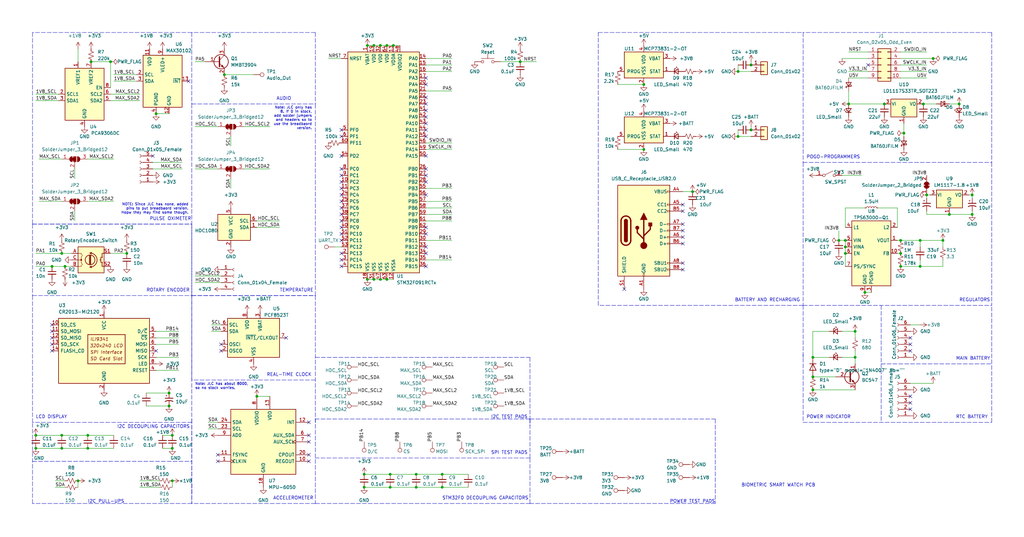
<source format=kicad_sch>
(kicad_sch (version 20211123) (generator eeschema)
  (paper "User" 399.999 210.007)
  (lib_symbols
    (symbol "Battery_Management:MCP73831-2-OT" (pin_names (offset 1.016))
      (property "Reference" "U" (at -7.62 6.35 0))
      (property "Value" "MCP73831-2-OT" (at 1.27 6.35 0))
      (symbol "MCP73831-2-OT_1_1"
        (pin output line (at 10.16 -2.54 180) (length 2.54) (name "STAT") (number "1"))
        (pin power_in line (at 0 -7.62 90) (length 2.54) (name "VSS") (number "2"))
        (pin power_out line (at 10.16 2.54 180) (length 2.54) (name "VBAT") (number "3"))
        (pin power_in line (at 0 7.62 270) (length 2.54) (name "VDD") (number "4"))
        (pin input line (at -10.16 -2.54 0) (length 2.54) (name "PROG") (number "5"))
      )
    )
    (symbol "Connector:Conn_01x04_Female" (pin_names (offset 1.016) hide)
      (property "Reference" "J" (at 0 5.08 0))
      (property "Value" "Conn_01x04_Female" (at 0 -7.62 0))
      (symbol "Conn_01x04_Female_1_1"
        (pin passive line (at -5.08 2.54 0) (length 3.81) (name "Pin_1") (number "1"))
        (pin passive line (at -5.08 0 0) (length 3.81) (name "Pin_2") (number "2"))
        (pin passive line (at -5.08 -2.54 0) (length 3.81) (name "Pin_3") (number "3"))
        (pin passive line (at -5.08 -5.08 0) (length 3.81) (name "Pin_4") (number "4"))
      )
    )
    (symbol "Connector:Conn_01x05_Female" (pin_names (offset 1.016) hide)
      (property "Reference" "J" (at 0 7.62 0))
      (property "Value" "Conn_01x05_Female" (at 0 -7.62 0))
      (symbol "Conn_01x05_Female_1_1"
        (pin passive line (at -5.08 5.08 0) (length 3.81) (name "Pin_1") (number "1"))
        (pin passive line (at -5.08 2.54 0) (length 3.81) (name "Pin_2") (number "2"))
        (pin passive line (at -5.08 0 0) (length 3.81) (name "Pin_3") (number "3"))
        (pin passive line (at -5.08 -2.54 0) (length 3.81) (name "Pin_4") (number "4"))
        (pin passive line (at -5.08 -5.08 0) (length 3.81) (name "Pin_5") (number "5"))
      )
    )
    (symbol "Connector:Conn_01x06_Female" (pin_names (offset 1.016) hide)
      (property "Reference" "J" (at 0 7.62 0))
      (property "Value" "Conn_01x06_Female" (at 0 -10.16 0))
      (symbol "Conn_01x06_Female_1_1"
        (pin passive line (at -5.08 5.08 0) (length 3.81) (name "Pin_1") (number "1"))
        (pin passive line (at -5.08 2.54 0) (length 3.81) (name "Pin_2") (number "2"))
        (pin passive line (at -5.08 0 0) (length 3.81) (name "Pin_3") (number "3"))
        (pin passive line (at -5.08 -2.54 0) (length 3.81) (name "Pin_4") (number "4"))
        (pin passive line (at -5.08 -5.08 0) (length 3.81) (name "Pin_5") (number "5"))
        (pin passive line (at -5.08 -7.62 0) (length 3.81) (name "Pin_6") (number "6"))
      )
    )
    (symbol "Connector:TestPoint" (pin_numbers hide) (pin_names (offset 0.762) hide)
      (property "Reference" "TP" (at 0 6.858 0))
      (property "Value" "TestPoint" (at 0 5.08 0))
      (symbol "TestPoint_1_1"
        (pin passive line (at 0 0 90) (length 2.54) (name "1") (number "1"))
      )
    )
    (symbol "Connector:USB_C_Receptacle_USB2.0" (pin_names (offset 1.016))
      (property "Reference" "J" (at -10.16 19.05 0))
      (property "Value" "USB_C_Receptacle_USB2.0" (at 19.05 19.05 0))
      (symbol "USB_C_Receptacle_USB2.0_1_1"
        (pin passive line (at 0 -22.86 90) (length 5.08) (name "GND") (number "A1"))
        (pin passive line (at 0 -22.86 90) (length 5.08) hide (name "GND") (number "A12"))
        (pin passive line (at 15.24 15.24 180) (length 5.08) (name "VBUS") (number "A4"))
        (pin bidirectional line (at 15.24 10.16 180) (length 5.08) (name "CC1") (number "A5"))
        (pin bidirectional line (at 15.24 -2.54 180) (length 5.08) (name "D+") (number "A6"))
        (pin bidirectional line (at 15.24 2.54 180) (length 5.08) (name "D-") (number "A7"))
        (pin bidirectional line (at 15.24 -12.7 180) (length 5.08) (name "SBU1") (number "A8"))
        (pin passive line (at 15.24 15.24 180) (length 5.08) hide (name "VBUS") (number "A9"))
        (pin passive line (at 0 -22.86 90) (length 5.08) hide (name "GND") (number "B1"))
        (pin passive line (at 0 -22.86 90) (length 5.08) hide (name "GND") (number "B12"))
        (pin passive line (at 15.24 15.24 180) (length 5.08) hide (name "VBUS") (number "B4"))
        (pin bidirectional line (at 15.24 7.62 180) (length 5.08) (name "CC2") (number "B5"))
        (pin bidirectional line (at 15.24 -5.08 180) (length 5.08) (name "D+") (number "B6"))
        (pin bidirectional line (at 15.24 0 180) (length 5.08) (name "D-") (number "B7"))
        (pin bidirectional line (at 15.24 -15.24 180) (length 5.08) (name "SBU2") (number "B8"))
        (pin passive line (at 15.24 15.24 180) (length 5.08) hide (name "VBUS") (number "B9"))
        (pin passive line (at -7.62 -22.86 90) (length 5.08) (name "SHIELD") (number "S1"))
      )
    )
    (symbol "Connector_Generic:Conn_01x02" (pin_names (offset 1.016) hide)
      (property "Reference" "J" (at 0 2.54 0))
      (property "Value" "Conn_01x02" (at 0 -5.08 0))
      (symbol "Conn_01x02_1_1"
        (pin passive line (at -5.08 0 0) (length 3.81) (name "Pin_1") (number "1"))
        (pin passive line (at -5.08 -2.54 0) (length 3.81) (name "Pin_2") (number "2"))
      )
    )
    (symbol "Connector_Generic:Conn_02x05_Odd_Even" (pin_names (offset 1.016) hide)
      (property "Reference" "J" (at 1.27 7.62 0))
      (property "Value" "Conn_02x05_Odd_Even" (at 1.27 -7.62 0))
      (symbol "Conn_02x05_Odd_Even_1_1"
        (pin passive line (at -5.08 5.08 0) (length 3.81) (name "Pin_1") (number "1"))
        (pin passive line (at 7.62 -5.08 180) (length 3.81) (name "Pin_10") (number "10"))
        (pin passive line (at 7.62 5.08 180) (length 3.81) (name "Pin_2") (number "2"))
        (pin passive line (at -5.08 2.54 0) (length 3.81) (name "Pin_3") (number "3"))
        (pin passive line (at 7.62 2.54 180) (length 3.81) (name "Pin_4") (number "4"))
        (pin passive line (at -5.08 0 0) (length 3.81) (name "Pin_5") (number "5"))
        (pin passive line (at 7.62 0 180) (length 3.81) (name "Pin_6") (number "6"))
        (pin passive line (at -5.08 -2.54 0) (length 3.81) (name "Pin_7") (number "7"))
        (pin passive line (at 7.62 -2.54 180) (length 3.81) (name "Pin_8") (number "8"))
        (pin passive line (at -5.08 -5.08 0) (length 3.81) (name "Pin_9") (number "9"))
      )
    )
    (symbol "Device:C_Polarized_Small_US" (pin_numbers hide) (pin_names (offset 0.254) hide)
      (property "Reference" "C" (at 0.254 1.778 0))
      (property "Value" "C_Polarized_Small_US" (at 0.254 -2.032 0))
      (symbol "C_Polarized_Small_US_1_1"
        (pin passive line (at 0 2.54 270) (length 2.032) (name "~") (number "1"))
        (pin passive line (at 0 -2.54 90) (length 2.032) (name "~") (number "2"))
      )
    )
    (symbol "Device:C_Small" (pin_numbers hide) (pin_names (offset 0.254) hide)
      (property "Reference" "C" (at 0.254 1.778 0))
      (property "Value" "C_Small" (at 0.254 -2.032 0))
      (symbol "C_Small_1_1"
        (pin passive line (at 0 2.54 270) (length 2.032) (name "~") (number "1"))
        (pin passive line (at 0 -2.54 90) (length 2.032) (name "~") (number "2"))
      )
    )
    (symbol "Device:D_Schottky_Small" (pin_numbers hide) (pin_names (offset 0.254) hide)
      (property "Reference" "D" (at -1.27 2.032 0))
      (property "Value" "D_Schottky_Small" (at -7.112 -2.032 0))
      (symbol "D_Schottky_Small_1_1"
        (pin passive line (at -2.54 0 0) (length 1.778) (name "K") (number "1"))
        (pin passive line (at 2.54 0 180) (length 1.778) (name "A") (number "2"))
      )
    )
    (symbol "Device:LED_Small" (pin_numbers hide) (pin_names (offset 0.254) hide)
      (property "Reference" "D" (at -1.27 3.175 0))
      (property "Value" "LED_Small" (at -4.445 -2.54 0))
      (symbol "LED_Small_1_1"
        (pin passive line (at -2.54 0 0) (length 1.778) (name "K") (number "1"))
        (pin passive line (at 2.54 0 180) (length 1.778) (name "A") (number "2"))
      )
    )
    (symbol "Device:L_Small" (pin_numbers hide) (pin_names (offset 0.254) hide)
      (property "Reference" "L" (at 0.762 1.016 0))
      (property "Value" "L_Small" (at 0.762 -1.016 0))
      (symbol "L_Small_1_1"
        (pin passive line (at 0 2.54 270) (length 0.508) (name "~") (number "1"))
        (pin passive line (at 0 -2.54 90) (length 0.508) (name "~") (number "2"))
      )
    )
    (symbol "Device:R_Small_US" (pin_numbers hide) (pin_names (offset 0.254) hide)
      (property "Reference" "R" (at 0.762 0.508 0))
      (property "Value" "R_Small_US" (at 0.762 -1.016 0))
      (symbol "R_Small_US_1_1"
        (pin passive line (at 0 2.54 270) (length 1.016) (name "~") (number "1"))
        (pin passive line (at 0 -2.54 90) (length 1.016) (name "~") (number "2"))
      )
    )
    (symbol "Device:RotaryEncoder_Switch" (pin_names (offset 0.254) hide)
      (property "Reference" "SW" (at 0 6.604 0))
      (property "Value" "RotaryEncoder_Switch" (at 0 -6.604 0))
      (symbol "RotaryEncoder_Switch_1_1"
        (pin passive line (at -7.62 2.54 0) (length 2.54) (name "A") (number "A"))
        (pin passive line (at -7.62 -2.54 0) (length 2.54) (name "B") (number "B"))
        (pin passive line (at -7.62 0 0) (length 2.54) (name "C") (number "C"))
        (pin passive line (at 7.62 2.54 180) (length 2.54) (name "S1") (number "S1"))
        (pin passive line (at 7.62 -2.54 180) (length 2.54) (name "S2") (number "S2"))
      )
    )
    (symbol "Driver_Display:CR2013-MI2120" (pin_names (offset 0.762))
      (property "Reference" "U" (at -17.526 13.97 0))
      (property "Value" "CR2013-MI2120" (at 1.905 13.97 0))
      (symbol "CR2013-MI2120_0_0"
        (text "320x240 LCD" (at 0.889 2.032 0) (effects (font (size 1.27 1.27) italic)))
        (text "ILI9341" (at -5.461 4.572 0) (effects (font (size 1.27 1.27) italic) (justify left)))
        (text "SD Card Slot" (at -5.461 -3.048 0) (effects (font (size 1.27 1.27) italic) (justify left)))
        (text "SPI Interface" (at -5.461 -0.508 0) (effects (font (size 1.27 1.27) italic) (justify left)))
      )
      (symbol "CR2013-MI2120_1_1"
        (pin power_in line (at 0 15.24 270) (length 2.54) (name "VCC") (number "1"))
        (pin input line (at -20.32 10.16 0) (length 2.54) (name "SD_CS") (number "10"))
        (pin input line (at -20.32 7.62 0) (length 2.54) (name "SD_MOSI") (number "11"))
        (pin output line (at -20.32 5.08 0) (length 2.54) (name "SD_MISO") (number "12"))
        (pin input line (at -20.32 2.54 0) (length 2.54) (name "SD_SCK") (number "13"))
        (pin input line (at -20.32 0 0) (length 2.54) (name "FLASH_CD") (number "14"))
        (pin power_in line (at 0 -15.24 90) (length 2.54) (name "GND") (number "2"))
        (pin input line (at 20.32 5.08 180) (length 2.54) (name "~{CS}") (number "3"))
        (pin input line (at 20.32 -7.62 180) (length 2.54) (name "RESET") (number "4"))
        (pin input line (at 20.32 7.62 180) (length 2.54) (name "D/~{C}") (number "5"))
        (pin input line (at 20.32 2.54 180) (length 2.54) (name "MOSI") (number "6"))
        (pin input line (at 20.32 -2.54 180) (length 2.54) (name "SCK") (number "7"))
        (pin input line (at 20.32 -5.08 180) (length 2.54) (name "LED") (number "8"))
        (pin output line (at 20.32 0 180) (length 2.54) (name "MISO") (number "9"))
      )
    )
    (symbol "Interface:PCA9306DC"
      (property "Reference" "U" (at -7.62 11.43 0))
      (property "Value" "PCA9306DC" (at 3.81 11.43 0))
      (symbol "PCA9306DC_1_1"
        (pin power_in line (at -2.54 12.7 270) (length 2.54) (name "VREF1") (number "1"))
        (pin bidirectional line (at -10.16 0 0) (length 2.54) (name "SCL1") (number "2"))
        (pin bidirectional line (at -10.16 -2.54 0) (length 2.54) (name "SDA1") (number "3"))
        (pin power_in line (at 0 -12.7 90) (length 2.54) (name "GND") (number "4"))
        (pin bidirectional line (at 10.16 -2.54 180) (length 2.54) (name "SDA2") (number "5"))
        (pin bidirectional line (at 10.16 0 180) (length 2.54) (name "SCL2") (number "6"))
        (pin power_in line (at 2.54 12.7 270) (length 2.54) (name "VREF2") (number "7"))
        (pin input line (at 10.16 2.54 180) (length 2.54) (name "EN") (number "8"))
      )
    )
    (symbol "Jumper:SolderJumper_2_Bridged" (pin_names (offset 0) hide)
      (property "Reference" "JP" (at 0 2.032 0))
      (property "Value" "SolderJumper_2_Bridged" (at 0 -2.54 0))
      (symbol "SolderJumper_2_Bridged_1_1"
        (pin passive line (at -3.81 0 0) (length 2.54) (name "A") (number "1"))
        (pin passive line (at 3.81 0 180) (length 2.54) (name "B") (number "2"))
      )
    )
    (symbol "Jumper:SolderJumper_3_Bridged12" (pin_names (offset 0) hide)
      (property "Reference" "JP" (at -2.54 -2.54 0))
      (property "Value" "SolderJumper_3_Bridged12" (at 0 2.794 0))
      (symbol "SolderJumper_3_Bridged12_1_1"
        (pin passive line (at -5.08 0 0) (length 2.54) (name "A") (number "1"))
        (pin passive line (at 0 -3.81 90) (length 2.54) (name "C") (number "2"))
        (pin passive line (at 5.08 0 180) (length 2.54) (name "B") (number "3"))
      )
    )
    (symbol "MCU_ST_STM32F0:STM32F091RCTx"
      (property "Reference" "U" (at -15.24 44.45 0))
      (property "Value" "STM32F091RCTx" (at 7.62 44.45 0))
      (symbol "STM32F091RCTx_1_1"
        (pin power_in line (at -7.62 45.72 270) (length 2.54) (name "VBAT") (number "1"))
        (pin bidirectional line (at -17.78 -7.62 0) (length 2.54) (name "PC2") (number "10"))
        (pin bidirectional line (at -17.78 -10.16 0) (length 2.54) (name "PC3") (number "11"))
        (pin power_in line (at 2.54 -45.72 90) (length 2.54) (name "VSSA") (number "12"))
        (pin power_in line (at 2.54 45.72 270) (length 2.54) (name "VDDA") (number "13"))
        (pin bidirectional line (at 15.24 40.64 180) (length 2.54) (name "PA0") (number "14"))
        (pin bidirectional line (at 15.24 38.1 180) (length 2.54) (name "PA1") (number "15"))
        (pin bidirectional line (at 15.24 35.56 180) (length 2.54) (name "PA2") (number "16"))
        (pin bidirectional line (at 15.24 33.02 180) (length 2.54) (name "PA3") (number "17"))
        (pin power_in line (at -7.62 -45.72 90) (length 2.54) (name "VSS") (number "18"))
        (pin power_in line (at -5.08 45.72 270) (length 2.54) (name "VDD") (number "19"))
        (pin bidirectional line (at -17.78 -35.56 0) (length 2.54) (name "PC13") (number "2"))
        (pin bidirectional line (at 15.24 30.48 180) (length 2.54) (name "PA4") (number "20"))
        (pin bidirectional line (at 15.24 27.94 180) (length 2.54) (name "PA5") (number "21"))
        (pin bidirectional line (at 15.24 25.4 180) (length 2.54) (name "PA6") (number "22"))
        (pin bidirectional line (at 15.24 22.86 180) (length 2.54) (name "PA7") (number "23"))
        (pin bidirectional line (at -17.78 -12.7 0) (length 2.54) (name "PC4") (number "24"))
        (pin bidirectional line (at -17.78 -15.24 0) (length 2.54) (name "PC5") (number "25"))
        (pin bidirectional line (at 15.24 -2.54 180) (length 2.54) (name "PB0") (number "26"))
        (pin bidirectional line (at 15.24 -5.08 180) (length 2.54) (name "PB1") (number "27"))
        (pin bidirectional line (at 15.24 -7.62 180) (length 2.54) (name "PB2") (number "28"))
        (pin bidirectional line (at 15.24 -27.94 180) (length 2.54) (name "PB10") (number "29"))
        (pin bidirectional line (at -17.78 -38.1 0) (length 2.54) (name "PC14") (number "3"))
        (pin bidirectional line (at 15.24 -30.48 180) (length 2.54) (name "PB11") (number "30"))
        (pin power_in line (at -5.08 -45.72 90) (length 2.54) (name "VSS") (number "31"))
        (pin power_in line (at -2.54 45.72 270) (length 2.54) (name "VDD") (number "32"))
        (pin bidirectional line (at 15.24 -33.02 180) (length 2.54) (name "PB12") (number "33"))
        (pin bidirectional line (at 15.24 -35.56 180) (length 2.54) (name "PB13") (number "34"))
        (pin bidirectional line (at 15.24 -38.1 180) (length 2.54) (name "PB14") (number "35"))
        (pin bidirectional line (at 15.24 -40.64 180) (length 2.54) (name "PB15") (number "36"))
        (pin bidirectional line (at -17.78 -17.78 0) (length 2.54) (name "PC6") (number "37"))
        (pin bidirectional line (at -17.78 -20.32 0) (length 2.54) (name "PC7") (number "38"))
        (pin bidirectional line (at -17.78 -22.86 0) (length 2.54) (name "PC8") (number "39"))
        (pin bidirectional line (at -17.78 -40.64 0) (length 2.54) (name "PC15") (number "4"))
        (pin bidirectional line (at -17.78 -25.4 0) (length 2.54) (name "PC9") (number "40"))
        (pin bidirectional line (at 15.24 20.32 180) (length 2.54) (name "PA8") (number "41"))
        (pin bidirectional line (at 15.24 17.78 180) (length 2.54) (name "PA9") (number "42"))
        (pin bidirectional line (at 15.24 15.24 180) (length 2.54) (name "PA10") (number "43"))
        (pin bidirectional line (at 15.24 12.7 180) (length 2.54) (name "PA11") (number "44"))
        (pin bidirectional line (at 15.24 10.16 180) (length 2.54) (name "PA12") (number "45"))
        (pin bidirectional line (at 15.24 7.62 180) (length 2.54) (name "PA13") (number "46"))
        (pin power_in line (at -2.54 -45.72 90) (length 2.54) (name "VSS") (number "47"))
        (pin power_in line (at 5.08 45.72 270) (length 2.54) (name "VDDIO2") (number "48"))
        (pin bidirectional line (at 15.24 5.08 180) (length 2.54) (name "PA14") (number "49"))
        (pin input line (at -17.78 12.7 0) (length 2.54) (name "PF0") (number "5"))
        (pin bidirectional line (at 15.24 2.54 180) (length 2.54) (name "PA15") (number "50"))
        (pin bidirectional line (at -17.78 -27.94 0) (length 2.54) (name "PC10") (number "51"))
        (pin bidirectional line (at -17.78 -30.48 0) (length 2.54) (name "PC11") (number "52"))
        (pin bidirectional line (at -17.78 -33.02 0) (length 2.54) (name "PC12") (number "53"))
        (pin bidirectional line (at -17.78 2.54 0) (length 2.54) (name "PD2") (number "54"))
        (pin bidirectional line (at 15.24 -10.16 180) (length 2.54) (name "PB3") (number "55"))
        (pin bidirectional line (at 15.24 -12.7 180) (length 2.54) (name "PB4") (number "56"))
        (pin bidirectional line (at 15.24 -15.24 180) (length 2.54) (name "PB5") (number "57"))
        (pin bidirectional line (at 15.24 -17.78 180) (length 2.54) (name "PB6") (number "58"))
        (pin bidirectional line (at 15.24 -20.32 180) (length 2.54) (name "PB7") (number "59"))
        (pin input line (at -17.78 10.16 0) (length 2.54) (name "PF1") (number "6"))
        (pin bidirectional line (at -17.78 7.62 0) (length 2.54) (name "PF11") (number "60"))
        (pin bidirectional line (at 15.24 -22.86 180) (length 2.54) (name "PB8") (number "61"))
        (pin bidirectional line (at 15.24 -25.4 180) (length 2.54) (name "PB9") (number "62"))
        (pin power_in line (at 0 -45.72 90) (length 2.54) (name "VSS") (number "63"))
        (pin power_in line (at 0 45.72 270) (length 2.54) (name "VDD") (number "64"))
        (pin input line (at -17.78 40.64 0) (length 2.54) (name "NRST") (number "7"))
        (pin bidirectional line (at -17.78 -2.54 0) (length 2.54) (name "PC0") (number "8"))
        (pin bidirectional line (at -17.78 -5.08 0) (length 2.54) (name "PC1") (number "9"))
      )
    )
    (symbol "Regulator_Linear:LD1117S33TR_SOT223" (pin_names (offset 0.254))
      (property "Reference" "U" (at -3.81 3.175 0))
      (property "Value" "LD1117S33TR_SOT223" (at 0 3.175 0))
      (symbol "LD1117S33TR_SOT223_1_1"
        (pin power_in line (at 0 -7.62 90) (length 2.54) (name "GND") (number "1"))
        (pin power_out line (at 7.62 0 180) (length 2.54) (name "VO") (number "2"))
        (pin power_in line (at -7.62 0 0) (length 2.54) (name "VI") (number "3"))
      )
    )
    (symbol "Regulator_Linear:LM1117-1.8" (pin_names (offset 0.254))
      (property "Reference" "U" (at -3.81 3.175 0))
      (property "Value" "LM1117-1.8" (at 0 3.175 0))
      (symbol "LM1117-1.8_1_1"
        (pin power_in line (at 0 -7.62 90) (length 2.54) (name "GND") (number "1"))
        (pin power_out line (at 7.62 0 180) (length 2.54) (name "VO") (number "2"))
        (pin power_in line (at -7.62 0 0) (length 2.54) (name "VI") (number "3"))
      )
    )
    (symbol "Regulator_Switching:TPS63000-Q1"
      (property "Reference" "U" (at -7.62 13.97 0))
      (property "Value" "TPS63000-Q1" (at 5.08 13.97 0))
      (symbol "TPS63000-Q1_1_1"
        (pin power_out line (at 10.16 5.08 180) (length 2.54) (name "VOUT") (number "1"))
        (pin input line (at 10.16 0 180) (length 2.54) (name "FB") (number "10"))
        (pin passive line (at 0 -15.24 90) (length 2.54) hide (name "PGND") (number "11"))
        (pin input line (at 10.16 10.16 180) (length 2.54) (name "L2") (number "2"))
        (pin power_in line (at 0 -15.24 90) (length 2.54) (name "PGND") (number "3"))
        (pin input line (at -10.16 10.16 0) (length 2.54) (name "L1") (number "4"))
        (pin power_in line (at -10.16 5.08 0) (length 2.54) (name "VIN") (number "5"))
        (pin input line (at -10.16 0 0) (length 2.54) (name "EN") (number "6"))
        (pin input line (at -10.16 -5.08 0) (length 2.54) (name "PS/SYNC") (number "7"))
        (pin power_in line (at -10.16 2.54 0) (length 2.54) (name "VINA") (number "8"))
        (pin power_in line (at -2.54 -15.24 90) (length 2.54) (name "GND") (number "9"))
      )
    )
    (symbol "Sensor:MAX30102"
      (property "Reference" "U" (at 7.62 15.24 0))
      (property "Value" "MAX30102" (at 7.62 12.7 0))
      (symbol "MAX30102_1_1"
        (pin no_connect line (at -7.62 5.08 0) (length 2.54) hide (name "NC") (number "1"))
        (pin passive line (at 0 12.7 270) (length 2.54) hide (name "VLED+") (number "10"))
        (pin power_in line (at -5.08 12.7 270) (length 2.54) (name "VDD") (number "11"))
        (pin power_in line (at 2.54 -12.7 90) (length 2.54) (name "GND") (number "12"))
        (pin output line (at 10.16 0 180) (length 2.54) (name "~{INT}") (number "13"))
        (pin no_connect line (at 7.62 2.54 180) (length 2.54) hide (name "NC") (number "14"))
        (pin input line (at -10.16 2.54 0) (length 2.54) (name "SCL") (number "2"))
        (pin bidirectional line (at -10.16 0 0) (length 2.54) (name "SDA") (number "3"))
        (pin power_in line (at -2.54 -12.7 90) (length 2.54) (name "PGND") (number "4"))
        (pin no_connect line (at 7.62 -7.62 180) (length 2.54) hide (name "NC") (number "5"))
        (pin no_connect line (at 7.62 -5.08 180) (length 2.54) hide (name "NC") (number "6"))
        (pin no_connect line (at -7.62 -2.54 0) (length 2.54) hide (name "NC") (number "7"))
        (pin no_connect line (at 7.62 5.08 180) (length 2.54) hide (name "NC") (number "8"))
        (pin power_in line (at 0 12.7 270) (length 2.54) (name "VLED+") (number "9"))
      )
    )
    (symbol "Sensor_Humidity:HDC1080"
      (property "Reference" "U" (at -6.35 6.35 0))
      (property "Value" "HDC1080" (at 3.81 6.35 0))
      (symbol "HDC1080_1_1"
        (pin bidirectional line (at 7.62 0 180) (length 2.54) (name "SDA") (number "1"))
        (pin power_in line (at -2.54 -7.62 90) (length 2.54) (name "GND") (number "2"))
        (pin no_connect line (at -7.62 0 0) (length 2.54) hide (name "NC") (number "3"))
        (pin no_connect line (at -7.62 -2.54 0) (length 2.54) hide (name "NC") (number "4"))
        (pin power_in line (at -2.54 7.62 270) (length 2.54) (name "VCC") (number "5"))
        (pin input line (at 7.62 2.54 180) (length 2.54) (name "SCL") (number "6"))
        (pin no_connect line (at -7.62 2.54 0) (length 2.54) hide (name "DAP") (number "7"))
      )
    )
    (symbol "Sensor_Motion:MPU-6050"
      (property "Reference" "U" (at -11.43 13.97 0))
      (property "Value" "MPU-6050" (at 7.62 -13.97 0))
      (symbol "MPU-6050_1_1"
        (pin input clock (at -17.78 -7.62 0) (length 5.08) (name "CLKIN") (number "1"))
        (pin passive line (at 17.78 -7.62 180) (length 5.08) (name "REGOUT") (number "10"))
        (pin input line (at -17.78 -5.08 0) (length 5.08) (name "FSYNC") (number "11"))
        (pin output line (at 17.78 7.62 180) (length 5.08) (name "INT") (number "12"))
        (pin power_in line (at 2.54 17.78 270) (length 5.08) (name "VDD") (number "13"))
        (pin power_in line (at 0 -17.78 90) (length 5.08) (name "GND") (number "18"))
        (pin passive line (at 17.78 -5.08 180) (length 5.08) (name "CPOUT") (number "20"))
        (pin input line (at -17.78 5.08 0) (length 5.08) (name "SCL") (number "23"))
        (pin bidirectional line (at -17.78 7.62 0) (length 5.08) (name "SDA") (number "24"))
        (pin bidirectional line (at 17.78 2.54 180) (length 5.08) (name "AUX_SDA") (number "6"))
        (pin output clock (at 17.78 0 180) (length 5.08) (name "AUX_SCL") (number "7"))
        (pin power_in line (at -2.54 17.78 270) (length 5.08) (name "VDDIO") (number "8"))
        (pin input line (at -17.78 2.54 0) (length 5.08) (name "AD0") (number "9"))
      )
    )
    (symbol "Simulation_SPICE:DIODE" (pin_numbers hide) (pin_names (offset 1.016) hide)
      (property "Reference" "D" (at 0 2.54 0))
      (property "Value" "DIODE" (at 0 -2.54 0))
      (symbol "DIODE_1_1"
        (pin passive line (at -3.81 0 0) (length 2.54) (name "A") (number "1"))
        (pin passive line (at 3.81 0 180) (length 2.54) (name "K") (number "2"))
      )
    )
    (symbol "Switch:SW_Push" (pin_numbers hide) (pin_names (offset 1.016) hide)
      (property "Reference" "SW" (at 1.27 2.54 0))
      (property "Value" "SW_Push" (at 0 -1.524 0))
      (symbol "SW_Push_0_1"
        (pin passive line (at -5.08 0 0) (length 2.54) (name "1") (number "1"))
        (pin passive line (at 5.08 0 180) (length 2.54) (name "2") (number "2"))
      )
    )
    (symbol "Switch:SW_SPST" (pin_names (offset 0) hide)
      (property "Reference" "SW" (at 0 3.175 0))
      (property "Value" "SW_SPST" (at 0 -2.54 0))
      (symbol "SW_SPST_1_1"
        (pin passive line (at -5.08 0 0) (length 2.54) (name "A") (number "1"))
        (pin passive line (at 5.08 0 180) (length 2.54) (name "B") (number "2"))
      )
    )
    (symbol "Timer_RTC:PCF8523T"
      (property "Reference" "U" (at -10.16 8.89 0))
      (property "Value" "PCF8523T" (at 3.81 8.89 0))
      (symbol "PCF8523T_1_1"
        (pin input line (at -12.7 -2.54 0) (length 2.54) (name "OSCI") (number "1"))
        (pin output line (at -12.7 -5.08 0) (length 2.54) (name "OSCO") (number "2"))
        (pin power_in line (at 2.54 10.16 270) (length 2.54) (name "VBAT") (number "3"))
        (pin power_in line (at 0 -10.16 90) (length 2.54) (name "VSS") (number "4"))
        (pin bidirectional line (at -12.7 2.54 0) (length 2.54) (name "SDA") (number "5"))
        (pin input line (at -12.7 5.08 0) (length 2.54) (name "SCL") (number "6"))
        (pin open_collector line (at 12.7 0 180) (length 2.54) (name "~{INT1}/CLKOUT") (number "7"))
        (pin power_in line (at -2.54 10.16 270) (length 2.54) (name "VDD") (number "8"))
      )
    )
    (symbol "Transistor_BJT:BC547" (pin_names (offset 0) hide)
      (property "Reference" "Q" (at 5.08 1.905 0))
      (property "Value" "BC547" (at 5.08 0 0))
      (symbol "BC547_1_1"
        (pin passive line (at 2.54 5.08 270) (length 2.54) (name "C") (number "1"))
        (pin input line (at -5.08 0 0) (length 5.08) (name "B") (number "2"))
        (pin passive line (at 2.54 -5.08 90) (length 2.54) (name "E") (number "3"))
      )
    )
    (symbol "Transistor_BJT:MMBT3904" (pin_names (offset 0) hide)
      (property "Reference" "Q" (at 5.08 1.905 0))
      (property "Value" "MMBT3904" (at 5.08 0 0))
      (symbol "MMBT3904_1_1"
        (pin input line (at -5.08 0 0) (length 5.715) (name "B") (number "1"))
        (pin passive line (at 2.54 -5.08 90) (length 2.54) (name "E") (number "2"))
        (pin passive line (at 2.54 5.08 270) (length 2.54) (name "C") (number "3"))
      )
    )
    (symbol "power:+1V8" (power) (pin_names (offset 0))
      (property "Value" "+1V8" (at 0 3.556 0))
      (symbol "+1V8_1_1"
        (pin power_in line (at 0 0 90) (length 0) hide (name "+1V8") (number "1"))
      )
    )
    (symbol "power:+3.3V" (power) (pin_names (offset 0))
      (property "Value" "+3.3V" (at 0 3.556 0))
      (symbol "+3.3V_1_1"
        (pin power_in line (at 0 0 90) (length 0) hide (name "+3V3") (number "1"))
      )
    )
    (symbol "power:+3V8" (power) (pin_names (offset 0))
      (property "Value" "+3V8" (at 0 3.556 0))
      (symbol "+3V8_1_1"
        (pin power_in line (at 0 0 90) (length 0) hide (name "+3V8") (number "1"))
      )
    )
    (symbol "power:+5V" (power) (pin_names (offset 0))
      (property "Value" "+5V" (at 0 3.556 0))
      (symbol "+5V_1_1"
        (pin power_in line (at 0 0 90) (length 0) hide (name "+5V") (number "1"))
      )
    )
    (symbol "power:+BATT" (power) (pin_names (offset 0))
      (property "Value" "+BATT" (at 0 3.556 0))
      (symbol "+BATT_1_1"
        (pin power_in line (at 0 0 90) (length 0) hide (name "+BATT") (number "1"))
      )
    )
    (symbol "power:GND" (power) (pin_names (offset 0))
      (property "Value" "GND" (at 0 -3.81 0))
      (symbol "GND_1_1"
        (pin power_in line (at 0 0 270) (length 0) hide (name "GND") (number "1"))
      )
    )
    (symbol "power:PWR_FLAG" (power) (pin_numbers hide) (pin_names (offset 0) hide)
      (property "Value" "PWR_FLAG" (at 0 3.81 0))
      (symbol "PWR_FLAG_0_0"
        (pin power_out line (at 0 0 90) (length 0) (name "pwr") (number "1"))
      )
    )
  )
  (junction (at 143.51 17.78))
  (junction (at 361.95 76.2))
  (junction (at 100.33 154.94))
  (junction (at 251.46 33.02))
  (junction (at 43.18 24.13))
  (junction (at 359.41 93.98))
  (junction (at 151.13 17.78))
  (junction (at 330.2 96.52))
  (junction (at 360.68 40.64))
  (junction (at 13.97 175.26))
  (junction (at 288.29 27.94))
  (junction (at 152.4 190.5))
  (junction (at 25.4 104.14))
  (junction (at 24.13 175.26))
  (junction (at 317.5 152.4))
  (junction (at 351.79 93.98))
  (junction (at 270.51 74.93))
  (junction (at 153.67 17.78))
  (junction (at 251.46 58.42))
  (junction (at 142.24 185.42))
  (junction (at 143.51 109.22))
  (junction (at 162.56 185.42))
  (junction (at 34.29 175.26))
  (junction (at 60.96 44.45))
  (junction (at 359.41 104.14))
  (junction (at 35.56 24.13))
  (junction (at 317.5 147.32))
  (junction (at 364.49 22.86))
  (junction (at 345.44 40.64))
  (junction (at 49.53 99.06))
  (junction (at 67.31 170.18))
  (junction (at 331.47 40.64))
  (junction (at 67.31 175.26))
  (junction (at 172.72 190.5))
  (junction (at 379.73 83.82))
  (junction (at 330.2 93.98))
  (junction (at 142.24 190.5))
  (junction (at 379.73 76.2))
  (junction (at 327.66 93.98))
  (junction (at 87.63 29.21))
  (junction (at 66.04 158.75))
  (junction (at 334.01 129.54))
  (junction (at 317.5 139.7))
  (junction (at 30.48 187.96))
  (junction (at 351.79 99.06))
  (junction (at 337.82 114.3))
  (junction (at 368.3 93.98))
  (junction (at 66.04 153.67))
  (junction (at 172.72 185.42))
  (junction (at 374.65 40.64))
  (junction (at 330.2 99.06))
  (junction (at 148.59 109.22))
  (junction (at 370.84 83.82))
  (junction (at 34.29 170.18))
  (junction (at 13.97 170.18))
  (junction (at 24.13 99.06))
  (junction (at 293.37 25.4))
  (junction (at 293.37 50.8))
  (junction (at 151.13 109.22))
  (junction (at 203.2 24.13))
  (junction (at 146.05 109.22))
  (junction (at 288.29 53.34))
  (junction (at 146.05 17.78))
  (junction (at 353.06 52.07))
  (junction (at 67.31 187.96))
  (junction (at 148.59 17.78))
  (junction (at 152.4 185.42))
  (junction (at 24.13 170.18))
  (junction (at 162.56 190.5))
  (junction (at 334.01 139.7))
  (junction (at 20.32 104.14))
  (junction (at 351.79 104.14))
  (no_connect (at 86.36 134.62))
  (no_connect (at 86.36 137.16))
  (no_connect (at 133.35 73.66))
  (no_connect (at 166.37 104.14))
  (no_connect (at 166.37 88.9))
  (no_connect (at 166.37 99.06))
  (no_connect (at 166.37 76.2))
  (no_connect (at 166.37 91.44))
  (no_connect (at 166.37 96.52))
  (no_connect (at 133.35 86.36))
  (no_connect (at 133.35 91.44))
  (no_connect (at 133.35 76.2))
  (no_connect (at 133.35 81.28))
  (no_connect (at 133.35 78.74))
  (no_connect (at 133.35 83.82))
  (no_connect (at 133.35 66.04))
  (no_connect (at 133.35 71.12))
  (no_connect (at 133.35 68.58))
  (no_connect (at 133.35 104.14))
  (no_connect (at 133.35 93.98))
  (no_connect (at 133.35 101.6))
  (no_connect (at 133.35 88.9))
  (no_connect (at 133.35 99.06))
  (no_connect (at 166.37 48.26))
  (no_connect (at 166.37 45.72))
  (no_connect (at 166.37 33.02))
  (no_connect (at 166.37 50.8))
  (no_connect (at 166.37 53.34))
  (no_connect (at 166.37 30.48))
  (no_connect (at 166.37 43.18))
  (no_connect (at 166.37 40.64))
  (no_connect (at 166.37 38.1))
  (no_connect (at 20.32 127))
  (no_connect (at 20.32 132.08))
  (no_connect (at 20.32 137.16))
  (no_connect (at 73.66 31.75))
  (no_connect (at 339.09 25.4))
  (no_connect (at 60.96 137.16))
  (no_connect (at 133.35 60.96))
  (no_connect (at 355.6 154.94))
  (no_connect (at 111.76 132.08))
  (no_connect (at 355.6 137.16))
  (no_connect (at 355.6 157.48))
  (no_connect (at 266.7 80.01))
  (no_connect (at 243.84 113.03))
  (no_connect (at 266.7 102.87))
  (no_connect (at 266.7 105.41))
  (no_connect (at 266.7 87.63))
  (no_connect (at 266.7 92.71))
  (no_connect (at 266.7 95.25))
  (no_connect (at 266.7 90.17))
  (no_connect (at 266.7 82.55))
  (no_connect (at 355.6 132.08))
  (no_connect (at 133.35 53.34))
  (no_connect (at 133.35 50.8))
  (no_connect (at 355.6 160.02))
  (no_connect (at 20.32 129.54))
  (no_connect (at 20.32 134.62))
  (no_connect (at 355.6 134.62))
  (no_connect (at 166.37 60.96))
  (no_connect (at 166.37 66.04))
  (no_connect (at 166.37 71.12))
  (no_connect (at 166.37 68.58))
  (no_connect (at 59.69 60.96))
  (no_connect (at 85.09 180.34))
  (no_connect (at 85.09 177.8))
  (no_connect (at 120.65 180.34))
  (no_connect (at 120.65 170.18))
  (no_connect (at 120.65 165.1))
  (no_connect (at 120.65 172.72))
  (no_connect (at 120.65 177.8))
  (wire (pts (xy 351.79 99.06) (xy 350.52 99.06)))
  (wire (pts (xy 76.2 110.49) (xy 86.36 110.49)))
  (wire (pts (xy 288.29 53.34) (xy 293.37 53.34)))
  (polyline (pts (xy 74.93 115.57) (xy 74.93 165.1)))
  (polyline (pts (xy 123.19 115.57) (xy 123.19 40.64)))
  (polyline (pts (xy 74.93 115.57) (xy 123.19 115.57)))
  (wire (pts (xy 148.59 17.78) (xy 151.13 17.78)))
  (polyline (pts (xy 207.01 179.07) (xy 207.01 163.83)))
  (wire (pts (xy 166.37 27.94) (xy 176.53 27.94)))
  (wire (pts (xy 76.2 24.13) (xy 80.01 24.13)))
  (wire (pts (xy 166.37 55.88) (xy 176.53 55.88)))
  (wire (pts (xy 166.37 81.28) (xy 176.53 81.28)))
  (wire (pts (xy 351.79 93.98) (xy 350.52 93.98)))
  (wire (pts (xy 60.96 134.62) (xy 69.85 134.62)))
  (wire (pts (xy 370.84 83.82) (xy 379.73 83.82)))
  (wire (pts (xy 172.72 185.42) (xy 182.88 185.42)))
  (wire (pts (xy 166.37 25.4) (xy 176.53 25.4)))
  (wire (pts (xy 21.59 187.96) (xy 25.4 187.96)))
  (wire (pts (xy 361.95 76.2) (xy 363.22 76.2)))
  (wire (pts (xy 162.56 190.5) (xy 172.72 190.5)))
  (wire (pts (xy 166.37 93.98) (xy 176.53 93.98)))
  (wire (pts (xy 288.29 50.8) (xy 288.29 53.34)))
  (wire (pts (xy 142.24 190.5) (xy 152.4 190.5)))
  (wire (pts (xy 34.29 170.18) (xy 44.45 170.18)))
  (wire (pts (xy 330.2 81.28) (xy 337.82 81.28)))
  (wire (pts (xy 34.29 78.74) (xy 44.45 78.74)))
  (polyline (pts (xy 207.01 163.83) (xy 207.01 166.37)))
  (wire (pts (xy 317.5 147.32) (xy 326.39 147.32)))
  (wire (pts (xy 166.37 73.66) (xy 176.53 73.66)))
  (wire (pts (xy 60.96 44.45) (xy 66.04 44.45)))
  (polyline (pts (xy 74.93 40.64) (xy 74.93 115.57)))
  (polyline (pts (xy 344.17 142.24) (xy 387.35 142.24)))
  (wire (pts (xy 293.37 49.53) (xy 293.37 50.8)))
  (wire (pts (xy 365.76 40.64) (xy 360.68 40.64)))
  (wire (pts (xy 13.97 36.83) (xy 22.86 36.83)))
  (wire (pts (xy 63.5 170.18) (xy 67.31 170.18)))
  (wire (pts (xy 359.41 93.98) (xy 368.3 93.98)))
  (polyline (pts (xy 74.93 12.7) (xy 74.93 40.64)))
  (wire (pts (xy 359.41 101.6) (xy 359.41 104.14)))
  (wire (pts (xy 43.18 34.29) (xy 43.18 24.13)))
  (wire (pts (xy 54.61 187.96) (xy 62.23 187.96)))
  (wire (pts (xy 44.45 29.21) (xy 53.34 29.21)))
  (wire (pts (xy 361.95 77.47) (xy 361.95 76.2)))
  (wire (pts (xy 34.29 62.23) (xy 44.45 62.23)))
  (wire (pts (xy 350.52 81.28) (xy 350.52 88.9)))
  (polyline (pts (xy 313.69 119.38) (xy 233.68 119.38)))
  (wire (pts (xy 76.2 66.04) (xy 85.09 66.04)))
  (wire (pts (xy 331.47 35.56) (xy 331.47 40.64)))
  (polyline (pts (xy 387.35 63.5) (xy 387.35 119.38)))
  (wire (pts (xy 95.25 66.04) (xy 105.41 66.04)))
  (wire (pts (xy 71.12 63.5) (xy 59.69 63.5)))
  (wire (pts (xy 353.06 52.07) (xy 353.06 48.26)))
  (wire (pts (xy 351.79 30.48) (xy 361.95 30.48)))
  (wire (pts (xy 43.18 36.83) (xy 54.61 36.83)))
  (wire (pts (xy 100.33 88.9) (xy 109.22 88.9)))
  (wire (pts (xy 130.81 96.52) (xy 133.35 96.52)))
  (wire (pts (xy 359.41 104.14) (xy 351.79 104.14)))
  (polyline (pts (xy 74.93 115.57) (xy 123.19 115.57)))
  (wire (pts (xy 90.17 53.34) (xy 90.17 57.15)))
  (wire (pts (xy 330.2 88.9) (xy 330.2 81.28)))
  (wire (pts (xy 20.32 104.14) (xy 25.4 104.14)))
  (polyline (pts (xy 123.19 196.85) (xy 74.93 196.85)))
  (wire (pts (xy 99.06 29.21) (xy 87.63 29.21)))
  (polyline (pts (xy 12.7 87.63) (xy 74.93 87.63)))
  (wire (pts (xy 71.12 66.04) (xy 59.69 66.04)))
  (wire (pts (xy 331.47 20.32) (xy 339.09 20.32)))
  (polyline (pts (xy 74.93 12.7) (xy 12.7 12.7)))
  (wire (pts (xy 54.61 190.5) (xy 62.23 190.5)))
  (polyline (pts (xy 74.93 196.85) (xy 43.18 196.85)))
  (polyline (pts (xy 12.7 196.85) (xy 12.7 165.1)))
  (wire (pts (xy 379.73 82.55) (xy 379.73 83.82)))
  (polyline (pts (xy 313.69 119.38) (xy 313.69 165.1)))
  (wire (pts (xy 328.93 139.7) (xy 334.01 139.7)))
  (wire (pts (xy 29.21 82.55) (xy 29.21 86.36)))
  (wire (pts (xy 43.18 39.37) (xy 54.61 39.37)))
  (wire (pts (xy 334.01 129.54) (xy 334.01 132.08)))
  (polyline (pts (xy 12.7 180.34) (xy 74.93 180.34)))
  (wire (pts (xy 359.41 93.98) (xy 359.41 96.52)))
  (polyline (pts (xy 313.69 139.7) (xy 313.69 138.43)))
  (wire (pts (xy 330.2 96.52) (xy 330.2 99.06)))
  (polyline (pts (xy 207.01 163.83) (xy 123.19 163.83)))
  (wire (pts (xy 379.73 76.2) (xy 378.46 76.2)))
  (wire (pts (xy 146.05 109.22) (xy 148.59 109.22)))
  (wire (pts (xy 151.13 109.22) (xy 153.67 109.22)))
  (polyline (pts (xy 207.01 163.83) (xy 279.4 163.83)))
  (polyline (pts (xy 123.19 139.7) (xy 207.01 139.7)))
  (polyline (pts (xy 207.01 196.85) (xy 207.01 179.07)))
  (wire (pts (xy 331.47 27.94) (xy 339.09 27.94)))
  (wire (pts (xy 82.55 127) (xy 86.36 127)))
  (polyline (pts (xy 74.93 148.59) (xy 74.93 115.57)))
  (wire (pts (xy 368.3 93.98) (xy 368.3 96.52)))
  (wire (pts (xy 368.3 104.14) (xy 359.41 104.14)))
  (wire (pts (xy 351.79 25.4) (xy 361.95 25.4)))
  (polyline (pts (xy 313.69 12.7) (xy 313.69 63.5)))
  (polyline (pts (xy 387.35 12.7) (xy 387.35 63.5)))
  (wire (pts (xy 143.51 109.22) (xy 146.05 109.22)))
  (wire (pts (xy 379.73 77.47) (xy 379.73 76.2)))
  (wire (pts (xy 81.28 165.1) (xy 85.09 165.1)))
  (wire (pts (xy 13.97 104.14) (xy 20.32 104.14)))
  (polyline (pts (xy 233.68 119.38) (xy 233.68 12.7)))
  (wire (pts (xy 60.96 132.08) (xy 69.85 132.08)))
  (polyline (pts (xy 74.93 193.04) (xy 74.93 189.23)))
  (wire (pts (xy 24.13 175.26) (xy 34.29 175.26)))
  (wire (pts (xy 327.66 90.17) (xy 327.66 93.98)))
  (wire (pts (xy 95.25 49.53) (xy 105.41 49.53)))
  (wire (pts (xy 152.4 185.42) (xy 162.56 185.42)))
  (wire (pts (xy 370.84 40.64) (xy 374.65 40.64)))
  (wire (pts (xy 334.01 139.7) (xy 334.01 142.24)))
  (wire (pts (xy 288.29 27.94) (xy 293.37 27.94)))
  (wire (pts (xy 364.49 22.86) (xy 351.79 22.86)))
  (wire (pts (xy 24.13 170.18) (xy 34.29 170.18)))
  (polyline (pts (xy 74.93 165.1) (xy 12.7 165.1)))
  (wire (pts (xy 328.93 22.86) (xy 339.09 22.86)))
  (wire (pts (xy 166.37 101.6) (xy 176.53 101.6)))
  (polyline (pts (xy 43.18 196.85) (xy 12.7 196.85)))
  (wire (pts (xy 153.67 17.78) (xy 156.21 17.78)))
  (wire (pts (xy 13.97 99.06) (xy 24.13 99.06)))
  (wire (pts (xy 21.59 190.5) (xy 25.4 190.5)))
  (wire (pts (xy 60.96 139.7) (xy 69.85 139.7)))
  (wire (pts (xy 90.17 69.85) (xy 90.17 73.66)))
  (wire (pts (xy 317.5 152.4) (xy 334.01 152.4)))
  (polyline (pts (xy 123.19 115.57) (xy 123.19 196.85)))
  (wire (pts (xy 67.31 187.96) (xy 67.31 190.5)))
  (wire (pts (xy 100.33 86.36) (xy 109.22 86.36)))
  (wire (pts (xy 82.55 129.54) (xy 86.36 129.54)))
  (wire (pts (xy 76.2 49.53) (xy 85.09 49.53)))
  (wire (pts (xy 152.4 190.5) (xy 162.56 190.5)))
  (wire (pts (xy 351.79 27.94) (xy 361.95 27.94)))
  (wire (pts (xy 30.48 187.96) (xy 30.48 190.5)))
  (wire (pts (xy 330.2 99.06) (xy 330.2 104.14)))
  (polyline (pts (xy 313.69 63.5) (xy 313.69 119.38)))
  (wire (pts (xy 142.24 185.42) (xy 152.4 185.42)))
  (wire (pts (xy 43.18 99.06) (xy 49.53 99.06)))
  (wire (pts (xy 361.95 83.82) (xy 370.84 83.82)))
  (polyline (pts (xy 387.35 12.7) (xy 313.69 12.7)))
  (polyline (pts (xy 12.7 115.57) (xy 74.93 115.57)))
  (wire (pts (xy 328.93 129.54) (xy 334.01 129.54)))
  (polyline (pts (xy 279.4 196.85) (xy 207.01 196.85)))
  (wire (pts (xy 148.59 109.22) (xy 151.13 109.22)))
  (wire (pts (xy 81.28 167.64) (xy 85.09 167.64)))
  (polyline (pts (xy 123.19 12.7) (xy 123.19 40.64)))
  (wire (pts (xy 166.37 22.86) (xy 176.53 22.86)))
  (wire (pts (xy 100.33 154.94) (xy 105.41 154.94)))
  (polyline (pts (xy 233.68 12.7) (xy 313.69 12.7)))
  (polyline (pts (xy 123.19 196.85) (xy 207.01 196.85)))
  (wire (pts (xy 34.29 175.26) (xy 44.45 175.26)))
  (polyline (pts (xy 74.93 40.64) (xy 123.19 40.64)))
  (wire (pts (xy 166.37 86.36) (xy 176.53 86.36)))
  (polyline (pts (xy 12.7 12.7) (xy 12.7 87.63)))
  (polyline (pts (xy 74.93 189.23) (xy 74.93 196.85)))
  (polyline (pts (xy 344.17 119.38) (xy 344.17 165.1)))
  (wire (pts (xy 25.4 104.14) (xy 27.94 104.14)))
  (polyline (pts (xy 123.19 12.7) (xy 74.93 12.7)))
  (wire (pts (xy 63.5 175.26) (xy 67.31 175.26)))
  (wire (pts (xy 317.5 129.54) (xy 323.85 129.54)))
  (wire (pts (xy 146.05 17.78) (xy 148.59 17.78)))
  (polyline (pts (xy 123.19 163.83) (xy 123.19 165.1)))
  (wire (pts (xy 351.79 20.32) (xy 361.95 20.32)))
  (polyline (pts (xy 313.69 63.5) (xy 387.35 63.5)))
  (wire (pts (xy 166.37 78.74) (xy 176.53 78.74)))
  (wire (pts (xy 172.72 190.5) (xy 182.88 190.5)))
  (polyline (pts (xy 12.7 115.57) (xy 12.7 165.1)))
  (wire (pts (xy 60.96 144.78) (xy 69.85 144.78)))
  (wire (pts (xy 351.79 93.98) (xy 359.41 93.98)))
  (polyline (pts (xy 207.01 139.7) (xy 207.01 163.83)))
  (polyline (pts (xy 207.01 179.07) (xy 123.19 179.07)))
  (wire (pts (xy 76.2 107.95) (xy 86.36 107.95)))
  (wire (pts (xy 331.47 40.64) (xy 345.44 40.64)))
  (wire (pts (xy 203.2 24.13) (xy 209.55 24.13)))
  (wire (pts (xy 44.45 31.75) (xy 53.34 31.75)))
  (polyline (pts (xy 12.7 87.63) (xy 12.7 115.57)))
  (wire (pts (xy 15.24 78.74) (xy 24.13 78.74)))
  (wire (pts (xy 30.48 19.05) (xy 30.48 24.13)))
  (wire (pts (xy 327.66 93.98) (xy 330.2 93.98)))
  (wire (pts (xy 128.27 22.86) (xy 133.35 22.86)))
  (wire (pts (xy 29.21 66.04) (xy 29.21 69.85)))
  (wire (pts (xy 166.37 58.42) (xy 176.53 58.42)))
  (polyline (pts (xy 387.35 165.1) (xy 387.35 119.38)))
  (wire (pts (xy 60.96 129.54) (xy 69.85 129.54)))
  (polyline (pts (xy 12.7 87.63) (xy 74.93 87.63)))
  (wire (pts (xy 166.37 35.56) (xy 176.53 35.56)))
  (wire (pts (xy 368.3 101.6) (xy 368.3 104.14)))
  (wire (pts (xy 143.51 17.78) (xy 146.05 17.78)))
  (wire (pts (xy 43.18 24.13) (xy 35.56 24.13)))
  (wire (pts (xy 166.37 83.82) (xy 176.53 83.82)))
  (wire (pts (xy 241.3 33.02) (xy 251.46 33.02)))
  (wire (pts (xy 355.6 127) (xy 359.41 127)))
  (wire (pts (xy 270.51 74.93) (xy 266.7 74.93)))
  (wire (pts (xy 151.13 17.78) (xy 153.67 17.78)))
  (wire (pts (xy 24.13 99.06) (xy 27.94 99.06)))
  (polyline (pts (xy 123.19 148.59) (xy 74.93 148.59)))
  (polyline (pts (xy 279.4 163.83) (xy 279.4 196.85)))
  (wire (pts (xy 330.2 93.98) (xy 330.2 96.52)))
  (wire (pts (xy 293.37 24.13) (xy 293.37 25.4)))
  (wire (pts (xy 355.6 149.86) (xy 364.49 149.86)))
  (wire (pts (xy 331.47 30.48) (xy 339.09 30.48)))
  (polyline (pts (xy 313.69 119.38) (xy 387.35 119.38)))
  (wire (pts (xy 57.15 158.75) (xy 66.04 158.75)))
  (wire (pts (xy 13.97 175.26) (xy 24.13 175.26)))
  (polyline (pts (xy 74.93 163.83) (xy 74.93 196.85)))
  (wire (pts (xy 241.3 58.42) (xy 251.46 58.42)))
  (wire (pts (xy 288.29 25.4) (xy 288.29 27.94)))
  (wire (pts (xy 13.97 39.37) (xy 22.86 39.37)))
  (wire (pts (xy 328.93 68.58) (xy 336.55 68.58)))
  (wire (pts (xy 13.97 170.18) (xy 24.13 170.18)))
  (wire (pts (xy 317.5 129.54) (xy 317.5 139.7)))
  (polyline (pts (xy 74.93 193.04) (xy 74.93 165.1)))
  (polyline (pts (xy 313.69 165.1) (xy 387.35 165.1)))
  (wire (pts (xy 342.9 81.28) (xy 350.52 81.28)))
  (wire (pts (xy 353.06 53.34) (xy 353.06 52.07)))
  (polyline (pts (xy 74.93 87.63) (xy 74.93 115.57)))
  (wire (pts (xy 361.95 82.55) (xy 361.95 83.82)))
  (wire (pts (xy 334.01 139.7) (xy 334.01 137.16)))
  (wire (pts (xy 162.56 185.42) (xy 172.72 185.42)))
  (wire (pts (xy 15.24 62.23) (xy 24.13 62.23)))
  (wire (pts (xy 323.85 139.7) (xy 317.5 139.7)))
  (wire (pts (xy 337.82 114.3) (xy 340.36 114.3)))
  (wire (pts (xy 195.58 24.13) (xy 203.2 24.13)))
  (wire (pts (xy 66.04 153.67) (xy 57.15 153.67)))
  (text "POGO-PROGRAMMERS" (at 314.96 62.23 0) (effects (font (size 1.27 1.27)) (justify left bottom)))
  (text "BATTERY AND RECHARGING" (at 287.02 118.11 0) (effects (font (size 1.27 1.27)) (justify left bottom)))
  (text "Note: JLC only has\n8. If 0 in stock,\nadd solder jumpers\nand headers so to\nuse the breadbaord\nversion." (at 121.92 50.8 0) (effects (font (size 1 1)) (justify right bottom)))
  (text "TEMPERATURE" (at 109.22 114.3 0) (effects (font (size 1.27 1.27)) (justify left bottom)))
  (text "REAL-TIME CLOCK" (at 104.14 147.32 0) (effects (font (size 1.27 1.27)) (justify left bottom)))
  (text "NOTE: Since JLC has none, added\npins to put breadbaord version.\nHopw they may find some though." (at 73.66 83.82 0) (effects (font (size 1 1)) (justify right bottom)))
  (text "SPI TEST PADS" (at 191.77 177.8 0) (effects (font (size 1.27 1.27)) (justify left bottom)))
  (text "MAIN BATTERY" (at 373.38 140.97 0) (effects (font (size 1.27 1.27)) (justify left bottom)))
  (text "RTC BATTERY" (at 373.38 163.83 0) (effects (font (size 1.27 1.27)) (justify left bottom)))
  (text "I2C PULL-UPS" (at 34.29 196.85 0) (effects (font (size 1.27 1.27)) (justify left bottom)))
  (text "REGULATORS" (at 374.65 118.11 0) (effects (font (size 1.27 1.27)) (justify left bottom)))
  (text "ROTARY ENCODER" (at 57.15 114.3 0) (effects (font (size 1.27 1.27)) (justify left bottom)))
  (text "BIOMETRIC SMART WATCH PCB" (at 289.56 190.5 0) (effects (font (size 1.27 1.27)) (justify left bottom)))
  (text "I2C TEST PADS" (at 191.77 163.83 0) (effects (font (size 1.27 1.27)) (justify left bottom)))
  (text "Note: JLC has about 8000,\nso no stock worries." (at 76.2 152.4 0) (effects (font (size 1 1)) (justify left bottom)))
  (text "POWER INDICATOR" (at 314.96 163.83 0) (effects (font (size 1.27 1.27)) (justify left bottom)))
  (text "PULSE OXIMETER" (at 58.42 86.36 0) (effects (font (size 1.27 1.27)) (justify left bottom)))
  (text "LCD DISPLAY" (at 13.97 163.83 0) (effects (font (size 1.27 1.27)) (justify left bottom)))
  (text "I2C DECOUPLING CAPACITORS" (at 45.72 167.64 0) (effects (font (size 1.27 1.27)) (justify left bottom)))
  (text "ACCELEROMETER" (at 106.68 195.58 0) (effects (font (size 1.27 1.27)) (justify left bottom)))
  (text "STM32F0 DECOUPLING CAPACITORS" (at 172.72 195.58 0) (effects (font (size 1.27 1.27)) (justify left bottom)))
  (text "AUDIO" (at 107.95 39.37 0) (effects (font (size 1.27 1.27)) (justify left bottom)))
  (text "POWER TEST PADS" (at 261.62 196.85 0) (effects (font (size 1.27 1.27)) (justify left bottom)))
  (label "MAX_SCL" (at 15.24 62.23 0))
  (label "HDC_SDA2" (at 76.2 110.49 0))
  (label "IN3V8" (at 336.55 68.58 180))
  (label "PA5" (at 76.2 24.13 0))
  (label "PB11" (at 69.85 144.78 180))
  (label "PB5" (at 168.91 172.72 90))
  (label "1V8_SDA" (at 54.61 190.5 0))
  (label "PB8" (at 69.85 132.08 180))
  (label "HDC_SDA" (at 139.7 148.59 0))
  (label "PB8" (at 156.21 172.72 90))
  (label "MAX_SDA" (at 15.24 78.74 0))
  (label "SCL" (at 21.59 187.96 0))
  (label "SDA" (at 82.55 129.54 0))
  (label "PA2" (at 176.53 27.94 180))
  (label "IN3V8" (at 361.95 68.58 180))
  (label "PA0" (at 13.97 104.14 0))
  (label "MAX_SDA" (at 168.91 148.59 0))
  (label "SCL" (at 81.28 167.64 0))
  (label "PB14" (at 176.53 101.6 180))
  (label "SCL" (at 176.53 81.28 180))
  (label "SDA" (at 29.21 86.36 90))
  (label "SWDIO_IN" (at 176.53 55.88 180))
  (label "SDA" (at 196.85 148.59 0))
  (label "MAX_SCL2" (at 54.61 36.83 180))
  (label "SDA" (at 21.59 190.5 0))
  (label "PA0" (at 176.53 22.86 180))
  (label "SWDIO_IN" (at 361.95 20.32 180))
  (label "U5V" (at 331.47 30.48 0))
  (label "PB14" (at 69.85 129.54 180))
  (label "1V8_SDA" (at 196.85 158.75 0))
  (label "SDA" (at 176.53 83.82 180))
  (label "HDC_SDA" (at 109.22 88.9 180))
  (label "V3.3_IN" (at 331.47 27.94 0))
  (label "HDC_SDA" (at 76.2 66.04 0))
  (label "PA2" (at 48.26 99.06 180))
  (label "1V8_SDA" (at 13.97 39.37 0))
  (label "PA1" (at 13.97 99.06 0))
  (label "PB8" (at 176.53 86.36 180))
  (label "HDC_SDA2" (at 139.7 158.75 0))
  (label "MAX_SCL" (at 71.12 66.04 180))
  (label "V3.3_IN" (at 361.95 27.94 180))
  (label "1V8_SDA" (at 44.45 31.75 0))
  (label "PB3" (at 69.85 139.7 180))
  (label "PB3" (at 180.34 172.72 90))
  (label "HDC_SCL" (at 109.22 86.36 180))
  (label "MAX_SCL2" (at 168.91 153.67 0))
  (label "HDC_SCL" (at 76.2 49.53 0))
  (label "SCL" (at 90.17 57.15 90))
  (label "NRST" (at 331.47 20.32 0))
  (label "HDC_SDA2" (at 105.41 66.04 180))
  (label "PB3" (at 176.53 73.66 180))
  (label "1V8_SCL" (at 44.45 29.21 0))
  (label "SDA" (at 81.28 165.1 0))
  (label "1V8_SCL" (at 54.61 187.96 0))
  (label "MAX_SCL2" (at 44.45 62.23 180))
  (label "SCL" (at 196.85 143.51 0))
  (label "MAX_SDA2" (at 44.45 78.74 180))
  (label "PB11" (at 176.53 93.98 180))
  (label "IN3V8" (at 327.66 90.17 180))
  (label "PB5" (at 176.53 78.74 180))
  (label "HDC_SCL2" (at 76.2 107.95 0))
  (label "MAX_SDA2" (at 168.91 158.75 0))
  (label "MAX_SCL" (at 168.91 143.51 0))
  (label "1V8_SCL" (at 196.85 153.67 0))
  (label "SWCLK_IN" (at 361.95 25.4 180))
  (label "PB5" (at 69.85 134.62 180))
  (label "SCL" (at 29.21 69.85 90))
  (label "MAX_SDA2" (at 54.61 39.37 180))
  (label "HDC_SCL2" (at 139.7 153.67 0))
  (label "PB14" (at 142.24 172.72 90))
  (label "PA5" (at 176.53 35.56 180))
  (label "PA1" (at 176.53 25.4 180))
  (label "NRST" (at 128.27 22.86 0))
  (label "MAX_SDA" (at 71.12 63.5 180))
  (label "1V8_SCL" (at 13.97 36.83 0))
  (label "HDC_SCL2" (at 105.41 49.53 180))
  (label "U5V" (at 361.95 30.48 180))
  (label "SWCLK_IN" (at 176.53 58.42 180))
  (label "SDA" (at 90.17 73.66 90))
  (label "NRST" (at 209.55 24.13 180))
  (label "HDC_SCL" (at 139.7 143.51 0))
  (label "SCL" (at 82.55 127 0))
  (symbol (lib_id "power:GND") (at 203.2 29.21 0) (unit 1)
    (property "Reference" "#PWR03" (effects hide))
    (property "Value" "GND" (at 203.2 33.02 0))
  )
  (symbol (lib_id "power:GND") (at 353.06 58.42 0) (unit 1)
    (property "Reference" "#PWR048" (effects hide))
    (property "Value" "GND" (at 353.06 62.23 0))
  )
  (symbol (lib_id "Device:C_Small") (at 142.24 187.96 180) (unit 1)
    (property "Reference" "C6" (at 144.78 186.6835 0) (effects (justify right)))
    (property "Value" "0.1uF" (at 144.78 189.2235 0) (effects (justify right)))
    (property "Footprint" "Capacitor_SMD:C_0201_0603Metric" (effects hide))
    (property "LCSC" "C284966" (effects hide))
  )
  (symbol (lib_id "power:GND") (at 27.94 101.6 270) (unit 1)
    (property "Reference" "#PWR0102" (effects hide))
    (property "Value" "GND" (at 24.13 101.5999 90) (effects (justify right)))
  )
  (symbol (lib_id "power:GND") (at 337.82 114.3 0) (unit 1)
    (property "Reference" "#PWR034" (effects hide))
    (property "Value" "GND" (at 337.82 118.11 0))
  )
  (symbol (lib_id "power:+3.3V") (at 49.53 93.98 0) (unit 1)
    (property "Reference" "#PWR0105" (effects hide))
    (property "Value" "+3.3V" (at 49.53 88.9 0))
  )
  (symbol (lib_id "Device:R_Small_US") (at 24.13 96.52 180) (unit 1)
    (property "Reference" "R1" (at 19.05 95.25 0) (effects (justify right)))
    (property "Value" "10k" (at 19.05 97.79 0) (effects (justify right)))
    (property "Footprint" "Resistor_SMD:R_0201_0603Metric" (effects hide))
    (property "LCSC" "C473048" (effects hide))
  )
  (symbol (lib_id "power:+3.3V") (at 60.96 142.24 270) (unit 1)
    (property "Reference" "#PWR0119" (effects hide))
    (property "Value" "+3.3V" (at 64.77 142.2399 90) (effects (justify left)))
  )
  (symbol (lib_id "Device:L_Small") (at 340.36 81.28 90) (unit 1)
    (property "Reference" "L1" (at 340.36 76.2 90))
    (property "Value" "1.5uH" (at 340.36 78.74 90))
    (property "Footprint" "Inductor_SMD:L_0805_2012Metric" (effects hide))
    (property "LCSC" "C281090" (effects hide))
  )
  (symbol (lib_id "Device:C_Polarized_Small_US") (at 66.04 156.21 0) (unit 1)
    (property "Reference" "C5" (at 68.58 154.5081 0) (effects (justify left)))
    (property "Value" "10uF" (at 68.58 157.0481 0) (effects (justify left)))
    (property "Footprint" "Capacitor_SMD:C_0402_1005Metric" (effects hide))
    (property "LCSC" "C163694" (effects hide))
  )
  (symbol (lib_id "Jumper:SolderJumper_3_Bridged12") (at 29.21 78.74 0) (unit 1)
    (property "Reference" "JP2" (at 29.21 72.39 0))
    (property "Value" "SolderJumper_3_Bridged12" (at 29.21 74.93 0))
    (property "Footprint" "Jumper:SolderJumper-3_P1.3mm_Bridged12_Pad1.0x1.5mm" (effects hide))
  )
  (symbol (lib_id "Device:D_Schottky_Small") (at 368.3 40.64 180) (unit 1)
    (property "Reference" "D6" (at 370.84 41.91 0))
    (property "Value" "BAT60JFILM" (at 367.03 38.1 0))
    (property "Footprint" "Diode_SMD:D_SOD-323" (effects hide))
    (property "LCSC" "C133103" (effects hide))
  )
  (symbol (lib_id "Device:R_Small_US") (at 203.2 21.59 0) (unit 1)
    (property "Reference" "R4" (at 199.39 20.32 0) (effects (justify left)))
    (property "Value" "100k" (at 196.85 22.86 0) (effects (justify left)))
    (property "Footprint" "Resistor_SMD:R_0201_0603Metric" (effects hide))
    (property "LCSC" "C270364" (effects hide))
  )
  (symbol (lib_id "power:GND") (at 288.29 53.34 270) (unit 1)
    (property "Reference" "#PWR073" (effects hide))
    (property "Value" "GND" (at 285.75 53.34 90) (effects (justify right)))
  )
  (symbol (lib_id "power:+3V8") (at 293.37 24.13 0) (unit 1)
    (property "Reference" "#PWR077" (effects hide))
    (property "Value" "+3V8" (at 293.37 20.32 0))
  )
  (symbol (lib_id "Connector:TestPoint") (at 196.85 158.75 90) (unit 1) (in_bom no)
    (property "Reference" "TP22" (at 189.23 157.48 90) (effects (justify right)))
    (property "Value" "1V8_SDA" (at 184.15 160.02 90) (effects (justify right)))
    (property "Footprint" "TestPoint:TestPoint_Pad_D2.5mm" (effects hide))
  )
  (symbol (lib_id "Device:R_Small_US") (at 49.53 96.52 180) (unit 1)
    (property "Reference" "R3" (at 50.8 95.25 0) (effects (justify right)))
    (property "Value" "150" (at 50.8 97.79 0) (effects (justify right)))
    (property "Footprint" "Resistor_SMD:R_0201_0603Metric" (effects hide))
    (property "LCSC" "C246814" (effects hide))
  )
  (symbol (lib_id "power:GND") (at 20.32 109.22 0) (unit 1)
    (property "Reference" "#PWR0101" (effects hide))
    (property "Value" "GND" (at 20.32 114.3 0))
  )
  (symbol (lib_id "power:+3.3V") (at 86.36 113.03 90) (unit 1)
    (property "Reference" "#PWR024" (effects hide))
    (property "Value" "+3.3V" (at 82.55 113.0299 90) (effects (justify left)))
  )
  (symbol (lib_id "power:GND") (at 288.29 27.94 270) (unit 1)
    (property "Reference" "#PWR067" (effects hide))
    (property "Value" "GND" (at 285.75 27.94 90) (effects (justify right)))
  )
  (symbol (lib_id "power:+3V8") (at 334.01 129.54 0) (unit 1)
    (property "Reference" "#PWR043" (effects hide))
    (property "Value" "+3V8" (at 334.01 124.46 0))
  )
  (symbol (lib_id "Regulator_Linear:LM1117-1.8") (at 370.84 76.2 0) (unit 1)
    (property "Reference" "U9" (at 370.84 69.85 0))
    (property "Value" "LM1117-1.8" (at 370.84 72.39 0))
    (property "Footprint" "Package_TO_SOT_SMD:TO-252-2" (effects hide))
    (property "Datasheet" "http://www.ti.com/lit/ds/symlink/lm1117.pdf" (effects hide))
    (property "LCSC" "C38160" (effects hide))
  )
  (symbol (lib_id "power:GND") (at 374.65 45.72 0) (unit 1)
    (property "Reference" "#PWR052" (effects hide))
    (property "Value" "GND" (at 374.65 49.53 0))
  )
  (symbol (lib_id "Connector:TestPoint") (at 243.84 191.77 90) (unit 1) (in_bom no)
    (property "Reference" "TP32" (at 234.95 190.5 90) (effects (justify right)))
    (property "Value" "GND" (at 234.95 193.04 90) (effects (justify right)))
    (property "Footprint" "TestPoint:TestPoint_Pad_D2.5mm" (effects hide))
  )
  (symbol (lib_id "power:+3.3V") (at 13.97 170.18 0) (unit 1)
    (property "Reference" "#PWR0115" (effects hide))
    (property "Value" "+3.3V" (at 16.51 166.37 0))
  )
  (symbol (lib_id "Device:R_Small_US") (at 269.24 27.94 90) (unit 1)
    (property "Reference" "R18" (at 270.51 30.48 90) (effects (justify left)))
    (property "Value" "470" (at 270.51 33.02 90) (effects (justify left)))
    (property "Footprint" "Resistor_SMD:R_0201_0603Metric" (effects hide))
    (property "LCSC" "C473464" (effects hide))
  )
  (symbol (lib_id "power:PWR_FLAG") (at 361.95 76.2 90) (unit 1)
    (property "Reference" "#FLG0105" (effects hide))
    (property "Value" "PWR_FLAG" (at 354.33 76.2 90))
  )
  (symbol (lib_id "power:GND") (at 251.46 33.02 0) (unit 1)
    (property "Reference" "#PWR055" (effects hide))
    (property "Value" "GND" (at 251.46 36.83 0))
  )
  (symbol (lib_id "power:GND") (at 331.47 45.72 0) (unit 1)
    (property "Reference" "#PWR051" (effects hide))
    (property "Value" "GND" (at 331.47 49.53 0))
  )
  (symbol (lib_id "Connector:TestPoint") (at 196.85 153.67 90) (unit 1) (in_bom no)
    (property "Reference" "TP21" (at 189.23 152.4 90) (effects (justify right)))
    (property "Value" "1V8_SCL" (at 184.15 154.94 90) (effects (justify right)))
    (property "Footprint" "TestPoint:TestPoint_Pad_D2.5mm" (effects hide))
  )
  (symbol (lib_id "power:GND") (at 185.42 24.13 0) (unit 1)
    (property "Reference" "#PWR01" (effects hide))
    (property "Value" "GND" (at 185.42 27.94 0))
  )
  (symbol (lib_id "power:+1V8") (at 30.48 19.05 0) (unit 1)
    (property "Reference" "#PWR09" (effects hide))
    (property "Value" "+1V8" (at 29.21 13.97 0))
  )
  (symbol (lib_id "power:GND") (at 270.51 80.01 0) (unit 1)
    (property "Reference" "#PWR060" (effects hide))
    (property "Value" "GND" (at 270.51 83.82 0))
  )
  (symbol (lib_id "power:GND") (at 355.6 152.4 90) (unit 1)
    (property "Reference" "#PWR045" (effects hide))
    (property "Value" "GND" (at 359.41 152.3999 90) (effects (justify right)))
  )
  (symbol (lib_id "power:GND") (at 243.84 191.77 90) (unit 1)
    (property "Reference" "#PWR064" (effects hide))
    (property "Value" "GND" (at 246.38 191.77 90) (effects (justify right)))
  )
  (symbol (lib_id "power:+3.3V") (at 40.64 121.92 0) (unit 1)
    (property "Reference" "#PWR0118" (effects hide))
    (property "Value" "+3.3V" (at 40.64 118.11 0))
  )
  (symbol (lib_id "power:+3.3V") (at 63.5 19.05 0) (unit 1)
    (property "Reference" "#PWR018" (effects hide))
    (property "Value" "+3.3V" (at 64.77 13.97 0))
  )
  (symbol (lib_id "Battery_Management:MCP73831-2-OT") (at 251.46 50.8 0) (unit 1)
    (property "Reference" "U12" (at 243.84 44.45 0) (effects (justify left)))
    (property "Value" "MCP73831-2-OT" (at 251.46 44.45 0) (effects (justify left)))
    (property "Footprint" "Package_TO_SOT_SMD:SOT-23-5" (effects hide))
    (property "Datasheet" "http://ww1.microchip.com/downloads/en/DeviceDoc/20001984g.pdf" (effects hide))
    (property "LCSC" "C424093" (effects hide))
  )
  (symbol (lib_id "Device:LED_Small") (at 326.39 129.54 0) (unit 1)
    (property "Reference" "D2" (at 326.4535 123.19 0))
    (property "Value" "LED_Small" (at 326.4535 125.73 0))
    (property "Footprint" "LED_SMD:LED_0603_1608Metric" (effects hide))
    (property "LCSC" "C72043" (effects hide))
  )
  (symbol (lib_id "Switch:SW_SPST") (at 323.85 68.58 0) (unit 1)
    (property "Reference" "SW3" (at 327.66 67.31 0))
    (property "Value" "SW_SPST" (at 326.39 71.12 0))
    (property "Footprint" "Button_Switch_SMD:SW_DIP_SPSTx01_Slide_Copal_CHS-01B_W7.62mm_P1.27mm" (effects hide))
    (property "LCSC" "C3293141" (effects hide))
  )
  (symbol (lib_id "Device:C_Small") (at 24.13 172.72 180) (unit 1)
    (property "Reference" "C12" (at 26.67 171.4435 0) (effects (justify right)))
    (property "Value" "0.1uF" (at 26.67 173.9835 0) (effects (justify right)))
    (property "Footprint" "Capacitor_SMD:C_0201_0603Metric" (effects hide))
    (property "LCSC" "C284966" (effects hide))
  )
  (symbol (lib_id "Device:C_Small") (at 360.68 43.18 0) (unit 1)
    (property "Reference" "C22" (at 367.03 43.18 0) (effects (justify right)))
    (property "Value" "22uF" (at 367.03 45.72 0) (effects (justify right)))
    (property "Footprint" "Capacitor_SMD:C_0402_1005Metric" (effects hide))
    (property "LCSC" "C415703" (effects hide))
  )
  (symbol (lib_id "power:+1V8") (at 67.31 170.18 0) (unit 1)
    (property "Reference" "#PWR029" (effects hide))
    (property "Value" "+1V8" (at 63.5 168.91 0))
  )
  (symbol (lib_id "Driver_Display:CR2013-MI2120") (at 40.64 137.16 0) (unit 1) (in_bom no)
    (property "Reference" "U3" (at 22.86 119.38 0) (effects (justify left)))
    (property "Value" "CR2013-MI2120" (at 22.86 121.92 0) (effects (justify left)))
    (property "Footprint" "Display:CR2013-MI2120" (effects hide))
    (property "Datasheet" "http://pan.baidu.com/s/11Y990" (effects hide))
  )
  (symbol (lib_id "Device:C_Small") (at 67.31 172.72 180) (unit 1)
    (property "Reference" "C15" (at 69.85 171.45 0) (effects (justify right)))
    (property "Value" "0.1uF" (at 69.85 173.9835 0) (effects (justify right)))
    (property "Footprint" "Capacitor_SMD:C_0201_0603Metric" (effects hide))
    (property "LCSC" "C284966" (effects hide))
  )
  (symbol (lib_id "Device:C_Small") (at 359.41 99.06 0) (unit 1)
    (property "Reference" "C19" (at 365.76 100.33 0) (effects (justify right)))
    (property "Value" "33uF" (at 367.03 97.79 0) (effects (justify right)))
    (property "Footprint" "Capacitor_Tantalum_SMD:CP_EIA-3528-21_Kemet-B" (effects hide))
    (property "LCSC" "C723311" (effects hide))
  )
  (symbol (lib_id "power:+3V8") (at 359.41 127 270) (unit 1)
    (property "Reference" "#PWR074" (effects hide))
    (property "Value" "+3V8" (at 361.95 127 90) (effects (justify left)))
  )
  (symbol (lib_id "MCU_ST_STM32F0:STM32F091RCTx") (at 151.13 63.5 0) (unit 1)
    (property "Reference" "U1" (at 154.94 107.95 0) (effects (justify left)))
    (property "Value" "STM32F091RCTx" (at 154.94 110.49 0) (effects (justify left)))
    (property "Footprint" "Package_QFP:LQFP-64_10x10mm_P0.5mm" (effects hide))
    (property "Datasheet" "http://www.st.com/st-web-ui/static/active/en/resource/technical/document/datasheet/DM00115237.pdf" (effects hide))
    (property "LCSC" "C89056" (effects hide))
  )
  (symbol (lib_id "power:+5V") (at 251.46 43.18 0) (unit 1)
    (property "Reference" "#PWR065" (effects hide))
    (property "Value" "+5V" (at 251.46 39.37 0))
  )
  (symbol (lib_id "Device:R_Small_US") (at 241.3 30.48 180) (unit 1)
    (property "Reference" "R17" (at 240.03 29.21 0) (effects (justify left)))
    (property "Value" "2.2k" (at 240.03 31.75 0) (effects (justify left)))
    (property "Footprint" "Resistor_SMD:R_0201_0603Metric" (effects hide))
    (property "LCSC" "C142018" (effects hide))
  )
  (symbol (lib_id "power:+5V") (at 270.51 74.93 0) (unit 1)
    (property "Reference" "#PWR053" (effects hide))
    (property "Value" "+5V" (at 271.78 72.39 0) (effects (justify left)))
  )
  (symbol (lib_id "power:+3.3V") (at 87.63 19.05 0) (unit 1)
    (property "Reference" "#PWR0111" (effects hide))
    (property "Value" "+3.3V" (at 87.63 13.97 0))
  )
  (symbol (lib_id "power:+3.3V") (at 59.69 71.12 270) (unit 1)
    (property "Reference" "#PWR016" (effects hide))
    (property "Value" "+3.3V" (at 63.5 71.1201 90) (effects (justify left)))
  )
  (symbol (lib_id "Device:R_Small_US") (at 64.77 190.5 90) (unit 1)
    (property "Reference" "R16" (at 62.23 193.04 90) (effects (justify right)))
    (property "Value" "150" (at 62.23 195.58 90) (effects (justify right)))
    (property "Footprint" "Resistor_SMD:R_0201_0603Metric" (effects hide))
    (property "LCSC" "C246814" (effects hide))
  )
  (symbol (lib_id "Device:C_Small") (at 20.32 106.68 0) (unit 1)
    (property "Reference" "C1" (at 15.24 105.41 0) (effects (justify left)))
    (property "Value" "10n" (at 13.97 107.95 0) (effects (justify left)))
    (property "Footprint" "Capacitor_SMD:C_0201_0603Metric" (effects hide))
    (property "LCSC" "C285010" (effects hide))
  )
  (symbol (lib_id "power:+5V") (at 271.78 27.94 270) (unit 1)
    (property "Reference" "#PWR066" (effects hide))
    (property "Value" "+5V" (at 276.86 27.94 90))
  )
  (symbol (lib_id "power:+3.3V") (at 25.4 109.22 180) (unit 1)
    (property "Reference" "#PWR0106" (effects hide))
    (property "Value" "+3.3V" (at 27.94 110.4899 0) (effects (justify right)))
  )
  (symbol (lib_id "power:GND") (at 86.36 105.41 270) (unit 1)
    (property "Reference" "#PWR025" (effects hide))
    (property "Value" "GND" (at 82.55 105.4099 90) (effects (justify right)))
  )
  (symbol (lib_id "power:+3.3V") (at 24.13 93.98 0) (unit 1)
    (property "Reference" "#PWR0103" (effects hide))
    (property "Value" "+3.3V" (at 24.13 88.9 0))
  )
  (symbol (lib_id "Connector:TestPoint") (at 139.7 153.67 90) (unit 1) (in_bom no)
    (property "Reference" "TP13" (at 132.08 152.4 90) (effects (justify right)))
    (property "Value" "HDC_SCL2" (at 125.73 154.94 90) (effects (justify right)))
    (property "Footprint" "TestPoint:TestPoint_Pad_D2.5mm" (effects hide))
  )
  (symbol (lib_id "Jumper:SolderJumper_3_Bridged12") (at 90.17 49.53 0) (unit 1)
    (property "Reference" "JP3" (at 90.17 43.18 0))
    (property "Value" "SolderJumper_3_Bridged12" (at 90.17 45.72 0))
    (property "Footprint" "Jumper:SolderJumper-3_P1.3mm_Bridged12_Pad1.0x1.5mm" (effects hide))
  )
  (symbol (lib_id "power:+3.3V") (at 374.65 40.64 0) (unit 1)
    (property "Reference" "#PWR049" (effects hide))
    (property "Value" "+3.3V" (at 374.65 35.56 0))
  )
  (symbol (lib_id "power:GND") (at 33.02 49.53 0) (unit 1)
    (property "Reference" "#PWR010" (effects hide))
    (property "Value" "GND" (at 33.02 53.34 0))
  )
  (symbol (lib_id "Device:D_Schottky_Small") (at 353.06 55.88 90) (unit 1)
    (property "Reference" "D5" (at 350.52 54.61 90))
    (property "Value" "BAT60JFILM" (at 345.44 57.15 90))
    (property "Footprint" "Diode_SMD:D_SOD-323" (effects hide))
    (property "LCSC" "C133103" (effects hide))
  )
  (symbol (lib_id "power:+3.3V") (at 30.48 187.96 270) (unit 1)
    (property "Reference" "#PWR028" (effects hide))
    (property "Value" "+3.3V" (at 36.83 187.96 90))
  )
  (symbol (lib_id "Switch:SW_Push") (at 190.5 24.13 0) (unit 1)
    (property "Reference" "SW2" (at 190.5 17.78 0))
    (property "Value" "Reset" (at 190.5 20.32 0))
    (property "Footprint" "Button_Switch_SMD:SW_SPST_Omron_B3FS-101xP" (effects hide))
    (property "LCSC" "C271753" (effects hide))
  )
  (symbol (lib_id "Device:C_Small") (at 49.53 101.6 0) (unit 1)
    (property "Reference" "C2" (at 52.07 100.33 0) (effects (justify left)))
    (property "Value" "10n" (at 52.07 102.87 0) (effects (justify left)))
    (property "Footprint" "Capacitor_SMD:C_0201_0603Metric" (effects hide))
    (property "LCSC" "C285010" (effects hide))
  )
  (symbol (lib_id "Interface:PCA9306DC") (at 33.02 36.83 0) (unit 1)
    (property "Reference" "U4" (at 35.0394 49.53 0) (effects (justify left)))
    (property "Value" "PCA9306DC" (at 35.56 52.07 0) (effects (justify left)))
    (property "Footprint" "Package_SO:VSSOP-8_2.3x2mm_P0.5mm" (effects hide))
    (property "Datasheet" "https://www.nxp.com/docs/en/data-sheet/PCA9306.pdf" (effects hide))
    (property "LCSC" "C33196" (effects hide))
  )
  (symbol (lib_id "power:+1V8") (at 379.73 76.2 0) (unit 1)
    (property "Reference" "#PWR0120" (effects hide))
    (property "Value" "+1V8" (at 379.73 72.39 0))
  )
  (symbol (lib_id "Timer_RTC:PCF8523T") (at 99.06 132.08 0) (unit 1)
    (property "Reference" "U5" (at 107.95 120.65 0))
    (property "Value" "PCF8523T" (at 107.95 123.19 0))
    (property "Footprint" "Package_SO:SOIC-8_3.9x4.9mm_P1.27mm" (effects hide))
    (property "Datasheet" "https://www.nxp.com/docs/en/data-sheet/PCF8523.pdf" (effects hide))
    (property "LCSC" "C2651516" (effects hide))
  )
  (symbol (lib_id "power:GND") (at 143.51 109.22 0) (unit 1)
    (property "Reference" "#PWR05" (effects hide))
    (property "Value" "GND" (at 143.51 113.03 0))
  )
  (symbol (lib_id "power:+BATT") (at 364.49 149.86 0) (unit 1)
    (property "Reference" "#PWR047" (effects hide))
    (property "Value" "+BATT" (at 364.49 146.05 0))
  )
  (symbol (lib_id "Transistor_BJT:BC547") (at 331.47 147.32 0) (unit 1)
    (property "Reference" "Q2" (at 336.55 146.0499 0) (effects (justify left)))
    (property "Value" "BC547" (at 336.55 148.5899 0) (effects (justify left)))
    (property "Footprint" "Package_TO_SOT_THT:TO-92_Inline" (effects hide))
    (property "Datasheet" "https://www.onsemi.com/pub/Collateral/BC550-D.pdf" (effects hide))
    (property "LCSC" "C713613" (effects hide))
  )
  (symbol (lib_id "power:GND") (at 99.06 142.24 0) (unit 1)
    (property "Reference" "#PWR013" (effects hide))
    (property "Value" "GND" (at 99.06 147.32 0))
  )
  (symbol (lib_id "Device:R_Small_US") (at 25.4 106.68 180) (unit 1)
    (property "Reference" "R2" (at 26.67 105.41 0) (effects (justify right)))
    (property "Value" "10k" (at 26.67 107.95 0) (effects (justify right)))
    (property "Footprint" "Resistor_SMD:R_0201_0603Metric" (effects hide))
    (property "LCSC" "C473048" (effects hide))
  )
  (symbol (lib_id "Device:R_Small_US") (at 64.77 187.96 270) (unit 1)
    (property "Reference" "R15" (at 64.77 182.88 90) (effects (justify right)))
    (property "Value" "150" (at 66.04 185.42 90) (effects (justify right)))
    (property "Footprint" "Resistor_SMD:R_0201_0603Metric" (effects hide))
    (property "LCSC" "C246814" (effects hide))
  )
  (symbol (lib_id "power:+3.3V") (at 100.33 154.94 0) (unit 1)
    (property "Reference" "#PWR022" (effects hide))
    (property "Value" "+3.3V" (at 100.33 151.13 0))
  )
  (symbol (lib_id "Jumper:SolderJumper_3_Bridged12") (at 29.21 62.23 0) (unit 1)
    (property "Reference" "JP1" (at 29.21 55.88 0))
    (property "Value" "SolderJumper_3_Bridged12" (at 29.21 58.42 0))
    (property "Footprint" "Jumper:SolderJumper-3_P1.3mm_Bridged12_Pad1.0x1.5mm" (effects hide))
  )
  (symbol (lib_id "Connector:Conn_01x04_Female") (at 91.44 107.95 0) (unit 1) (in_bom no)
    (property "Reference" "J4" (at 92.71 107.9499 0) (effects (justify left)))
    (property "Value" "Conn_01x04_Female" (at 92.71 110.4899 0) (effects (justify left)))
    (property "Footprint" "Connector_PinHeader_2.54mm:PinHeader_1x04_P2.54mm_Vertical" (effects hide))
  )
  (symbol (lib_id "Connector:TestPoint") (at 168.91 158.75 90) (unit 1) (in_bom no)
    (property "Reference" "TP18" (at 161.29 157.48 90) (effects (justify right)))
    (property "Value" "MAX_SDA2" (at 154.94 160.02 90) (effects (justify right)))
    (property "Footprint" "TestPoint:TestPoint_Pad_D2.5mm" (effects hide))
  )
  (symbol (lib_id "Device:C_Small") (at 182.88 187.96 180) (unit 1)
    (property "Reference" "C10" (at 185.42 186.6835 0) (effects (justify right)))
    (property "Value" "0.1uF" (at 185.42 189.2235 0) (effects (justify right)))
    (property "Footprint" "Capacitor_SMD:C_0201_0603Metric" (effects hide))
    (property "LCSC" "C284966" (effects hide))
  )
  (symbol (lib_id "Connector_Generic:Conn_02x05_Odd_Even") (at 344.17 25.4 0) (unit 1) (in_bom no)
    (property "Reference" "J1" (at 344.17 13.97 0))
    (property "Value" "Conn_02x05_Odd_Even" (at 345.44 16.51 0))
    (property "Footprint" "Connector:Tag-Connect_TC2050-IDC-NL_2x05_P1.27mm_Vertical" (effects hide))
    (property "Datasheet" "https://www.tag-connect.com/wp-content/uploads/bsk-pdf-manager/TC2050-IDC_Datasheet_7.pdf" (effects hide))
  )
  (symbol (lib_id "power:GND") (at 364.49 22.86 0) (unit 1)
    (property "Reference" "#PWR0109" (effects hide))
    (property "Value" "GND" (at 364.49 27.94 0))
  )
  (symbol (lib_id "power:PWR_FLAG") (at 270.51 74.93 270) (unit 1)
    (property "Reference" "#FLG02" (effects hide))
    (property "Value" "PWR_FLAG" (at 273.05 74.93 90) (effects (justify left)))
  )
  (symbol (lib_id "power:+5V") (at 271.78 53.34 270) (unit 1)
    (property "Reference" "#PWR076" (effects hide))
    (property "Value" "+5V" (at 276.86 53.34 90))
  )
  (symbol (lib_id "Connector:TestPoint") (at 269.24 186.69 90) (unit 1) (in_bom no)
    (property "Reference" "TP35" (at 260.35 185.42 90) (effects (justify right)))
    (property "Value" "1V8" (at 260.35 187.96 90) (effects (justify right)))
    (property "Footprint" "TestPoint:TestPoint_Pad_D2.5mm" (effects hide))
  )
  (symbol (lib_id "Sensor_Humidity:HDC1080") (at 92.71 88.9 0) (unit 1)
    (property "Reference" "U2" (at 85.09 87.63 0) (effects (justify right)))
    (property "Value" "HDC1080" (at 85.09 90.17 0) (effects (justify right)))
    (property "Footprint" "Package_SON:Texas_PWSON-N6" (effects hide))
    (property "Datasheet" "http://www.ti.com/lit/ds/symlink/hdc1080.pdf" (effects hide))
    (property "LCSC" "C82227" (effects hide))
  )
  (symbol (lib_id "power:GND") (at 355.6 129.54 90) (unit 1)
    (property "Reference" "#PWR035" (effects hide))
    (property "Value" "GND" (at 359.41 129.5399 90) (effects (justify right)))
  )
  (symbol (lib_id "Connector:TestPoint") (at 99.06 29.21 270) (unit 1) (in_bom no)
    (property "Reference" "TP1" (at 104.14 27.9399 90) (effects (justify left)))
    (property "Value" "Audio_Out" (at 104.14 30.4799 90) (effects (justify left)))
    (property "Footprint" "TestPoint:TestPoint_Pad_D2.5mm" (effects hide))
  )
  (symbol (lib_id "Battery_Management:MCP73831-2-OT") (at 251.46 25.4 0) (unit 1)
    (property "Reference" "U11" (at 243.84 19.05 0) (effects (justify left)))
    (property "Value" "MCP73831-2-OT" (at 251.46 19.05 0) (effects (justify left)))
    (property "Footprint" "Package_TO_SOT_SMD:SOT-23-5" (effects hide))
    (property "Datasheet" "http://ww1.microchip.com/downloads/en/DeviceDoc/20001984g.pdf" (effects hide))
    (property "LCSC" "C424093" (effects hide))
  )
  (symbol (lib_id "Transistor_BJT:MMBT3904") (at 85.09 24.13 0) (unit 1)
    (property "Reference" "Q1" (at 90.17 22.8599 0) (effects (justify left)))
    (property "Value" "MMBT3904" (at 90.17 25.3999 0) (effects (justify left)))
    (property "Footprint" "Package_TO_SOT_SMD:SOT-23" (effects hide))
    (property "Datasheet" "https://www.onsemi.com/pub/Collateral/2N3903-D.PDF" (effects hide))
    (property "LCSC" "C8512" (effects hide))
  )
  (symbol (lib_id "power:GND") (at 142.24 190.5 0) (unit 1)
    (property "Reference" "#PWR027" (effects hide))
    (property "Value" "GND" (at 142.24 195.58 0))
  )
  (symbol (lib_id "Connector:TestPoint") (at 243.84 186.69 90) (unit 1) (in_bom no)
    (property "Reference" "TP31" (at 234.95 185.42 90) (effects (justify right)))
    (property "Value" "3V3" (at 234.95 187.96 90) (effects (justify right)))
    (property "Footprint" "TestPoint:TestPoint_Pad_D2.5mm" (effects hide))
  )
  (symbol (lib_id "Device:LED_Small") (at 326.39 139.7 0) (unit 1)
    (property "Reference" "D3" (at 326.4535 133.35 0))
    (property "Value" "LED_Small" (at 326.4535 135.89 0))
    (property "Footprint" "LED_SMD:LED_0603_1608Metric" (effects hide))
    (property "LCSC" "C2286" (effects hide))
  )
  (symbol (lib_id "power:PWR_FLAG") (at 327.66 93.98 90) (unit 1)
    (property "Reference" "#FLG0104" (effects hide))
    (property "Value" "PWR_FLAG" (at 323.85 93.9799 90) (effects (justify left)))
  )
  (symbol (lib_id "Connector:TestPoint") (at 269.24 181.61 90) (unit 1) (in_bom no)
    (property "Reference" "TP34" (at 260.35 180.34 90) (effects (justify right)))
    (property "Value" "GND" (at 260.35 182.88 90) (effects (justify right)))
    (property "Footprint" "TestPoint:TestPoint_Pad_D2.5mm" (effects hide))
  )
  (symbol (lib_id "Connector:TestPoint") (at 180.34 172.72 180) (unit 1) (in_bom no)
    (property "Reference" "TP8" (at 181.61 173.99 0) (effects (justify right)))
    (property "Value" "SCK_SPI" (at 181.61 176.53 0) (effects (justify right)))
    (property "Footprint" "TestPoint:TestPoint_Pad_D2.5mm" (effects hide))
  )
  (symbol (lib_id "power:GND") (at 351.79 104.14 0) (unit 1)
    (property "Reference" "#PWR037" (effects hide))
    (property "Value" "GND" (at 351.79 107.95 0))
  )
  (symbol (lib_id "Device:C_Small") (at 63.5 172.72 180) (unit 1)
    (property "Reference" "C16" (at 55.88 171.45 0) (effects (justify right)))
    (property "Value" "0.1uF" (at 55.88 173.99 0) (effects (justify right)))
    (property "Footprint" "Capacitor_SMD:C_0201_0603Metric" (effects hide))
    (property "LCSC" "C284966" (effects hide))
  )
  (symbol (lib_id "Connector:TestPoint") (at 196.85 143.51 90) (unit 1) (in_bom no)
    (property "Reference" "TP19" (at 189.23 142.24 90) (effects (justify right)))
    (property "Value" "SCL" (at 189.23 144.78 90) (effects (justify right)))
    (property "Footprint" "TestPoint:TestPoint_Pad_D2.5mm" (effects hide))
  )
  (symbol (lib_id "power:GND") (at 345.44 45.72 0) (unit 1)
    (property "Reference" "#PWR0116" (effects hide))
    (property "Value" "GND" (at 345.44 49.53 0))
  )
  (symbol (lib_id "Regulator_Linear:LD1117S33TR_SOT223") (at 353.06 40.64 0) (unit 1)
    (property "Reference" "U10" (at 353.06 33.02 0))
    (property "Value" "LD1117S33TR_SOT223" (at 355.6 35.56 0))
    (property "Footprint" "Package_TO_SOT_SMD:SOT-223-3_TabPin2" (effects hide))
    (property "Datasheet" "http://www.st.com/st-web-ui/static/active/en/resource/technical/document/datasheet/CD00000544.pdf" (effects hide))
    (property "LCSC" "C35879" (effects hide))
  )
  (symbol (lib_id "Device:RotaryEncoder_Switch") (at 35.56 101.6 0) (unit 1)
    (property "Reference" "SW1" (at 35.56 91.44 0))
    (property "Value" "RotaryEncoder_Switch" (at 35.56 93.98 0))
    (property "Footprint" "Rotary_Encoder:RotaryEncoder_Alps_EC11E-Switch_Vertical_H20mm_CircularMountingHoles" (effects hide))
    (property "LCSC" "C370986" (effects hide))
  )
  (symbol (lib_id "Connector_Generic:Conn_01x02") (at 298.45 25.4 0) (unit 1)
    (property "Reference" "J7" (at 300.99 25.3999 0) (effects (justify left)))
    (property "Value" "Conn_01x02" (at 300.99 27.9399 0) (effects (justify left)))
    (property "Footprint" "Connector_JST:JST_PH_S2B-PH-K_1x02_P2.00mm_Horizontal" (effects hide))
    (property "LCSC" "C265016" (effects hide))
  )
  (symbol (lib_id "Connector:TestPoint") (at 168.91 153.67 90) (unit 1) (in_bom no)
    (property "Reference" "TP17" (at 161.29 152.4 90) (effects (justify right)))
    (property "Value" "MAX_SCL2" (at 154.94 154.94 90) (effects (justify right)))
    (property "Footprint" "TestPoint:TestPoint_Pad_D2.5mm" (effects hide))
  )
  (symbol (lib_id "Jumper:SolderJumper_2_Bridged") (at 361.95 72.39 90) (unit 1)
    (property "Reference" "JP5" (at 356.87 69.85 90) (effects (justify right)))
    (property "Value" "SolderJumper_2_Bridged" (at 336.55 72.39 90) (effects (justify right)))
    (property "Footprint" "Jumper:SolderJumper-2_P1.3mm_Bridged2Bar_Pad1.0x1.5mm" (effects hide))
  )
  (symbol (lib_id "power:+3.3V") (at 142.24 185.42 0) (unit 1)
    (property "Reference" "#PWR026" (effects hide))
    (property "Value" "+3.3V" (at 142.24 180.34 0))
  )
  (symbol (lib_id "Device:C_Small") (at 152.4 187.96 180) (unit 1)
    (property "Reference" "C7" (at 154.94 186.6835 0) (effects (justify right)))
    (property "Value" "0.1uF" (at 154.94 189.2235 0) (effects (justify right)))
    (property "Footprint" "Capacitor_SMD:C_0201_0603Metric" (effects hide))
    (property "LCSC" "C284966" (effects hide))
  )
  (symbol (lib_id "power:GND") (at 102.87 190.5 0) (unit 1)
    (property "Reference" "#PWR023" (effects hide))
    (property "Value" "GND" (at 102.87 195.58 0))
  )
  (symbol (lib_id "power:GND") (at 317.5 152.4 0) (unit 1)
    (property "Reference" "#PWR044" (effects hide))
    (property "Value" "GND" (at 317.5 156.21 0))
  )
  (symbol (lib_id "Connector:TestPoint") (at 196.85 148.59 90) (unit 1) (in_bom no)
    (property "Reference" "TP20" (at 189.23 147.32 90) (effects (justify right)))
    (property "Value" "SDA" (at 189.23 149.86 90) (effects (justify right)))
    (property "Footprint" "TestPoint:TestPoint_Pad_D2.5mm" (effects hide))
  )
  (symbol (lib_id "power:+3.3V") (at 85.09 170.18 90) (unit 1)
    (property "Reference" "#PWR019" (effects hide))
    (property "Value" "+3.3V" (at 81.28 170.1799 90) (effects (justify left)))
  )
  (symbol (lib_id "Device:R_Small_US") (at 317.5 149.86 0) (unit 1)
    (property "Reference" "R14" (at 320.04 148.5899 0) (effects (justify left)))
    (property "Value" "1k" (at 320.04 151.1299 0) (effects (justify left)))
    (property "Footprint" "Resistor_SMD:R_0201_0603Metric" (effects hide))
    (property "LCSC" "C102683" (effects hide))
  )
  (symbol (lib_id "power:+BATT") (at 219.71 176.53 270) (unit 1)
    (property "Reference" "#PWR056" (effects hide))
    (property "Value" "+BATT" (at 222.25 176.53 90) (effects (justify left)))
  )
  (symbol (lib_id "power:GND") (at 355.6 162.56 90) (unit 1)
    (property "Reference" "#PWR046" (effects hide))
    (property "Value" "GND" (at 359.41 162.5599 90) (effects (justify right)))
  )
  (symbol (lib_id "power:GND") (at 251.46 113.03 0) (unit 1)
    (property "Reference" "#PWR038" (effects hide))
    (property "Value" "GND" (at 251.46 116.84 0))
  )
  (symbol (lib_id "power:+1V8") (at 269.24 186.69 270) (unit 1)
    (property "Reference" "#PWR070" (effects hide))
    (property "Value" "+1V8" (at 271.78 186.69 90) (effects (justify left)))
  )
  (symbol (lib_id "Connector:TestPoint") (at 156.21 172.72 180) (unit 1) (in_bom no)
    (property "Reference" "TP6" (at 157.48 173.99 0) (effects (justify right)))
    (property "Value" "CS" (at 157.48 176.53 0) (effects (justify right)))
    (property "Footprint" "TestPoint:TestPoint_Pad_D2.5mm" (effects hide))
  )
  (symbol (lib_id "Device:C_Small") (at 345.44 43.18 0) (unit 1)
    (property "Reference" "C21" (at 342.9 43.18 0) (effects (justify right)))
    (property "Value" "22uF" (at 344.17 45.72 0) (effects (justify right)))
    (property "Footprint" "Capacitor_SMD:C_0402_1005Metric" (effects hide))
    (property "LCSC" "C415703" (effects hide))
  )
  (symbol (lib_id "power:+3V8") (at 219.71 186.69 270) (unit 1)
    (property "Reference" "#PWR058" (effects hide))
    (property "Value" "+3V8" (at 222.25 186.69 90) (effects (justify left)))
  )
  (symbol (lib_id "Device:C_Small") (at 44.45 172.72 180) (unit 1)
    (property "Reference" "C14" (at 46.99 171.4435 0) (effects (justify right)))
    (property "Value" "0.1uF" (at 46.99 173.9835 0) (effects (justify right)))
    (property "Footprint" "Capacitor_SMD:C_0201_0603Metric" (effects hide))
    (property "LCSC" "C284966" (effects hide))
  )
  (symbol (lib_id "Device:LED_Small") (at 264.16 27.94 0) (unit 1)
    (property "Reference" "D9" (at 265.43 30.48 0) (effects (justify right)))
    (property "Value" "LED_Small" (at 265.43 33.02 0) (effects (justify right)))
    (property "Footprint" "LED_SMD:LED_0603_1608Metric" (effects hide))
    (property "LCSC" "C72038" (effects hide))
  )
  (symbol (lib_id "Connector:TestPoint") (at 139.7 148.59 90) (unit 1) (in_bom no)
    (property "Reference" "TP12" (at 132.08 147.32 90) (effects (justify right)))
    (property "Value" "HDC_SDA" (at 127 149.86 90) (effects (justify right)))
    (property "Footprint" "TestPoint:TestPoint_Pad_D2.5mm" (effects hide))
  )
  (symbol (lib_id "power:+5V") (at 251.46 17.78 0) (unit 1)
    (property "Reference" "#PWR054" (effects hide))
    (property "Value" "+5V" (at 251.46 13.97 0))
  )
  (symbol (lib_id "power:+3.3V") (at 203.2 19.05 0) (unit 1)
    (property "Reference" "#PWR02" (effects hide))
    (property "Value" "+3.3V" (at 203.2 15.24 0))
  )
  (symbol (lib_id "power:+3V8") (at 318.77 68.58 90) (unit 1)
    (property "Reference" "#PWR0121" (effects hide))
    (property "Value" "+3V8" (at 317.5 66.04 90))
  )
  (symbol (lib_id "Device:LED_Small") (at 374.65 43.18 90) (unit 1)
    (property "Reference" "D8" (at 375.92 41.91 90) (effects (justify right)))
    (property "Value" "LED_Small" (at 375.92 44.45 90) (effects (justify right)))
    (property "Footprint" "LED_SMD:LED_0603_1608Metric" (effects hide))
    (property "LCSC" "C72038" (effects hide))
  )
  (symbol (lib_id "Device:C_Small") (at 203.2 26.67 0) (unit 1)
    (property "Reference" "C3" (at 198.12 25.4 0) (effects (justify left)))
    (property "Value" "0.1uF" (at 195.58 27.94 0) (effects (justify left)))
    (property "Footprint" "Capacitor_SMD:C_0201_0603Metric" (effects hide))
    (property "LCSC" "C284966" (effects hide))
  )
  (symbol (lib_id "Device:R_Small_US") (at 241.3 55.88 180) (unit 1)
    (property "Reference" "R19" (at 236.22 54.61 0) (effects (justify right)))
    (property "Value" "10k" (at 236.22 57.15 0) (effects (justify right)))
    (property "Footprint" "Resistor_SMD:R_0201_0603Metric" (effects hide))
    (property "LCSC" "C473048" (effects hide))
  )
  (symbol (lib_id "power:+3.3V") (at 35.56 19.05 0) (unit 1)
    (property "Reference" "#PWR011" (effects hide))
    (property "Value" "+3.3V" (at 36.83 13.97 0))
  )
  (symbol (lib_id "Connector:TestPoint") (at 142.24 172.72 180) (unit 1) (in_bom no)
    (property "Reference" "TP5" (at 143.51 173.99 0) (effects (justify right)))
    (property "Value" "D/C" (at 143.51 176.53 0) (effects (justify right)))
    (property "Footprint" "TestPoint:TestPoint_Pad_D2.5mm" (effects hide))
  )
  (symbol (lib_id "power:+5V") (at 331.47 40.64 90) (unit 1)
    (property "Reference" "#PWR0113" (effects hide))
    (property "Value" "+5V" (at 327.66 40.6399 90) (effects (justify left)))
  )
  (symbol (lib_id "Connector:Conn_01x06_Female") (at 350.52 157.48 180) (unit 1) (in_bom no)
    (property "Reference" "J5" (at 350.52 147.32 0))
    (property "Value" "Conn_01x06_Female" (at 347.98 153.67 90))
    (property "Footprint" "Connector_PinSocket_2.54mm:PinSocket_1x06_P2.54mm_Vertical" (effects hide))
  )
  (symbol (lib_id "Device:R_Small_US") (at 130.81 55.88 270) (unit 1)
    (property "Reference" "R5" (at 128.27 50.8 90))
    (property "Value" "100k" (at 129.54 53.34 90))
    (property "Footprint" "Resistor_SMD:R_0201_0603Metric" (effects hide))
    (property "LCSC" "C270364" (effects hide))
  )
  (symbol (lib_id "power:GND") (at 355.6 139.7 90) (unit 1)
    (property "Reference" "#PWR036" (effects hide))
    (property "Value" "GND" (at 359.41 139.6999 90) (effects (justify right)))
  )
  (symbol (lib_id "power:GND") (at 43.18 104.14 0) (unit 1)
    (property "Reference" "#PWR0107" (effects hide))
    (property "Value" "GND" (at 43.18 109.22 0))
  )
  (symbol (lib_id "power:GND") (at 90.17 96.52 0) (unit 1)
    (property "Reference" "#PWR021" (effects hide))
    (property "Value" "GND" (at 90.17 100.33 0))
  )
  (symbol (lib_id "Device:R_Small_US") (at 334.01 134.62 0) (unit 1)
    (property "Reference" "R12" (at 336.55 133.3499 0) (effects (justify left)))
    (property "Value" "680" (at 336.55 135.8899 0) (effects (justify left)))
    (property "Footprint" "Resistor_SMD:R_0201_0603Metric" (effects hide))
    (property "LCSC" "C473509" (effects hide))
  )
  (symbol (lib_id "power:GND") (at 128.27 55.88 0) (unit 1)
    (property "Reference" "#PWR0112" (effects hide))
    (property "Value" "GND" (at 128.27 60.96 0))
  )
  (symbol (lib_id "Regulator_Switching:TPS63000-Q1") (at 340.36 99.06 0) (unit 1)
    (property "Reference" "U8" (at 340.36 82.55 0))
    (property "Value" "TPS63000-Q1" (at 340.36 85.09 0))
    (property "Footprint" "Package_SON:Texas_DRC0010J_ThermalVias" (effects hide))
    (property "Datasheet" "http://www.ti.com/lit/ds/symlink/tps63000-q1.pdf" (effects hide))
    (property "LCSC" "C523783" (effects hide))
  )
  (symbol (lib_id "Device:C_Polarized_Small_US") (at 379.73 80.01 0) (unit 1)
    (property "Reference" "C20" (at 382.27 78.74 0) (effects (justify left)))
    (property "Value" "10uF" (at 382.27 81.28 0) (effects (justify left)))
    (property "Footprint" "Capacitor_SMD:C_0402_1005Metric" (effects hide))
    (property "LCSC" "C163694" (effects hide))
  )
  (symbol (lib_id "Device:R_Small_US") (at 351.79 101.6 0) (unit 1)
    (property "Reference" "R11" (at 353.06 100.33 0) (effects (justify left)))
    (property "Value" "178k" (at 353.06 102.87 0) (effects (justify left)))
    (property "Footprint" "Resistor_SMD:R_0402_1005Metric" (effects hide))
    (property "LCSC" "C185459" (effects hide))
  )
  (symbol (lib_id "power:GND") (at 327.66 99.06 0) (unit 1)
    (property "Reference" "#PWR033" (effects hide))
    (property "Value" "GND" (at 327.66 102.87 0))
  )
  (symbol (lib_id "power:GND") (at 328.93 22.86 0) (unit 1)
    (property "Reference" "#PWR0108" (effects hide))
    (property "Value" "GND" (at 328.93 27.94 0))
  )
  (symbol (lib_id "Device:LED_Small") (at 264.16 53.34 0) (unit 1)
    (property "Reference" "D10" (at 265.43 55.88 0) (effects (justify right)))
    (property "Value" "LED_Small" (at 265.43 58.42 0) (effects (justify right)))
    (property "Footprint" "LED_SMD:LED_0603_1608Metric" (effects hide))
    (property "LCSC" "C72038" (effects hide))
  )
  (symbol (lib_id "Device:C_Small") (at 270.51 77.47 0) (unit 1)
    (property "Reference" "C23" (at 275.59 77.47 0) (effects (justify right)))
    (property "Value" "10uF" (at 278.13 80.01 0) (effects (justify right)))
    (property "Footprint" "Capacitor_SMD:C_0402_1005Metric" (effects hide))
    (property "LCSC" "C163694" (effects hide))
  )
  (symbol (lib_id "Device:D_Schottky_Small") (at 331.47 33.02 90) (unit 1)
    (property "Reference" "D4" (at 327.66 31.75 90))
    (property "Value" "BAT60JFILM" (at 323.85 34.29 90))
    (property "Footprint" "Diode_SMD:D_SOD-323" (effects hide))
    (property "LCSC" "C133103" (effects hide))
  )
  (symbol (lib_id "Device:C_Small") (at 290.83 50.8 270) (unit 1)
    (property "Reference" "C25" (at 289.56 45.72 90) (effects (justify right)))
    (property "Value" "10uF" (at 290.83 48.26 90) (effects (justify right)))
    (property "Footprint" "Capacitor_SMD:C_0402_1005Metric" (effects hide))
    (property "LCSC" "C163694" (effects hide))
  )
  (symbol (lib_id "power:GND") (at 66.04 158.75 0) (unit 1)
    (property "Reference" "#PWR07" (effects hide))
    (property "Value" "GND" (at 66.04 163.83 0))
  )
  (symbol (lib_id "power:GND") (at 67.31 175.26 0) (unit 1)
    (property "Reference" "#PWR030" (effects hide))
    (property "Value" "GND" (at 68.58 179.07 0))
  )
  (symbol (lib_id "power:GND") (at 87.63 34.29 0) (unit 1)
    (property "Reference" "#PWR0110" (effects hide))
    (property "Value" "GND" (at 87.63 39.37 0))
  )
  (symbol (lib_id "Device:R_Small_US") (at 269.24 53.34 270) (unit 1)
    (property "Reference" "R20" (at 266.7 55.88 90) (effects (justify left)))
    (property "Value" "470" (at 266.7 58.42 90) (effects (justify left)))
    (property "Footprint" "Resistor_SMD:R_0201_0603Metric" (effects hide))
    (property "LCSC" "C473464" (effects hide))
  )
  (symbol (lib_id "Device:C_Small") (at 162.56 187.96 180) (unit 1)
    (property "Reference" "C8" (at 165.1 186.6835 0) (effects (justify right)))
    (property "Value" "0.1uF" (at 165.1 189.2235 0) (effects (justify right)))
    (property "Footprint" "Capacitor_SMD:C_0201_0603Metric" (effects hide))
    (property "LCSC" "C284966" (effects hide))
  )
  (symbol (lib_id "Device:C_Small") (at 172.72 187.96 180) (unit 1)
    (property "Reference" "C9" (at 175.26 186.6835 0) (effects (justify right)))
    (property "Value" "0.1uF" (at 175.26 189.2235 0) (effects (justify right)))
    (property "Footprint" "Capacitor_SMD:C_0201_0603Metric" (effects hide))
    (property "LCSC" "C284966" (effects hide))
  )
  (symbol (lib_id "power:GND") (at 13.97 175.26 0) (unit 1)
    (property "Reference" "#PWR0114" (effects hide))
    (property "Value" "GND" (at 15.24 179.07 0))
  )
  (symbol (lib_id "Connector:TestPoint") (at 168.91 172.72 180) (unit 1) (in_bom no)
    (property "Reference" "TP7" (at 170.18 173.99 0) (effects (justify right)))
    (property "Value" "MOSI" (at 170.18 176.53 0) (effects (justify right)))
    (property "Footprint" "TestPoint:TestPoint_Pad_D2.5mm" (effects hide))
  )
  (symbol (lib_id "Device:C_Small") (at 57.15 156.21 180) (unit 1)
    (property "Reference" "C4" (at 52.07 154.94 0) (effects (justify right)))
    (property "Value" "0.1uF" (at 49.53 157.48 0) (effects (justify right)))
    (property "Footprint" "Capacitor_SMD:C_0201_0603Metric" (effects hide))
    (property "LCSC" "C284966" (effects hide))
  )
  (symbol (lib_id "power:+3.3V") (at 90.17 81.28 0) (unit 1)
    (property "Reference" "#PWR020" (effects hide))
    (property "Value" "+3.3V" (at 90.17 76.2 0))
  )
  (symbol (lib_id "Connector:Conn_01x05_Female") (at 54.61 66.04 180) (unit 1) (in_bom no)
    (property "Reference" "J3" (at 62.23 55.88 0) (effects (justify left)))
    (property "Value" "Conn_01x05_Female" (at 71.12 58.42 0) (effects (justify left)))
    (property "Footprint" "Connector_PinSocket_2.54mm:PinSocket_1x05_P2.54mm_Vertical" (effects hide))
  )
  (symbol (lib_id "Device:R_Small_US") (at 368.3 99.06 0) (unit 1)
    (property "Reference" "R13" (at 369.57 97.79 0) (effects (justify left)))
    (property "Value" "3.3" (at 369.57 100.33 0) (effects (justify left)))
    (property "Footprint" "Resistor_SMD:R_0603_1608Metric" (effects hide))
    (property "LCSC" "C22979" (effects hide))
  )
  (symbol (lib_id "Device:C_Small") (at 290.83 25.4 270) (unit 1)
    (property "Reference" "C24" (at 289.56 20.32 90) (effects (justify right)))
    (property "Value" "10uF" (at 290.83 22.86 90) (effects (justify right)))
    (property "Footprint" "Capacitor_SMD:C_0402_1005Metric" (effects hide))
    (property "LCSC" "C163694" (effects hide))
  )
  (symbol (lib_id "power:+BATT") (at 261.62 48.26 270) (unit 1)
    (property "Reference" "#PWR075" (effects hide))
    (property "Value" "+BATT" (at 267.97 48.26 90))
  )
  (symbol (lib_id "Connector:TestPoint") (at 130.81 96.52 90) (unit 1) (in_bom no)
    (property "Reference" "TP2" (at 128.27 91.44 90))
    (property "Value" "UART_TX" (at 128.27 93.98 90))
    (property "Footprint" "TestPoint:TestPoint_Pad_D2.5mm" (effects hide))
  )
  (symbol (lib_id "power:GND") (at 360.68 45.72 0) (unit 1)
    (property "Reference" "#PWR0117" (effects hide))
    (property "Value" "GND" (at 360.68 49.53 0))
  )
  (symbol (lib_id "power:GND") (at 60.96 44.45 0) (unit 1)
    (property "Reference" "#PWR017" (effects hide))
    (property "Value" "GND" (at 60.96 49.53 0))
  )
  (symbol (lib_id "power:GND") (at 49.53 104.14 0) (unit 1)
    (property "Reference" "#PWR0104" (effects hide))
    (property "Value" "GND" (at 49.53 109.22 0))
  )
  (symbol (lib_id "Device:R_Small_US") (at 35.56 21.59 0) (unit 1)
    (property "Reference" "R7" (at 38.1 20.3199 0) (effects (justify left)))
    (property "Value" "220k" (at 38.1 22.8599 0) (effects (justify left)))
    (property "Footprint" "Resistor_SMD:R_0603_1608Metric" (effects hide))
    (property "LCSC" "C22961" (effects hide))
  )
  (symbol (lib_id "power:+BATT") (at 101.6 121.92 0) (unit 1)
    (property "Reference" "#PWR031" (effects hide))
    (property "Value" "+BATT" (at 102.87 116.84 0))
  )
  (symbol (lib_id "power:+3.3V") (at 243.84 186.69 270) (unit 1)
    (property "Reference" "#PWR063" (effects hide))
    (property "Value" "+3.3V" (at 246.38 186.69 90) (effects (justify left)))
  )
  (symbol (lib_id "Device:LED_Small") (at 331.47 43.18 90) (unit 1)
    (property "Reference" "D7" (at 326.39 43.18 90) (effects (justify right)))
    (property "Value" "LED_Small" (at 318.77 45.72 90) (effects (justify right)))
    (property "Footprint" "LED_SMD:LED_0603_1608Metric" (effects hide))
    (property "LCSC" "C72038" (effects hide))
  )
  (symbol (lib_id "Device:C_Small") (at 327.66 96.52 180) (unit 1)
    (property "Reference" "C17" (at 320.04 96.52 0) (effects (justify right)))
    (property "Value" "10uF" (at 320.04 99.06 0) (effects (justify right)))
    (property "Footprint" "Capacitor_SMD:C_0402_1005Metric" (effects hide))
    (property "LCSC" "C163694" (effects hide))
  )
  (symbol (lib_id "Connector:Conn_01x06_Female") (at 350.52 134.62 180) (unit 1) (in_bom no)
    (property "Reference" "J2" (at 351.79 124.46 0))
    (property "Value" "Conn_01x06_Female" (at 349.25 130.81 90))
    (property "Footprint" "Connector_PinSocket_2.54mm:PinSocket_1x06_P2.54mm_Vertical" (effects hide))
  )
  (symbol (lib_id "Device:R_Small_US") (at 27.94 190.5 90) (unit 1)
    (property "Reference" "R9" (at 25.4 193.04 90) (effects (justify right)))
    (property "Value" "150" (at 25.4 195.58 90) (effects (justify right)))
    (property "Footprint" "Resistor_SMD:R_0201_0603Metric" (effects hide))
    (property "LCSC" "C246814" (effects hide))
  )
  (symbol (lib_id "Connector:TestPoint") (at 219.71 186.69 90) (unit 1) (in_bom no)
    (property "Reference" "TP27" (at 210.82 185.42 90) (effects (justify right)))
    (property "Value" "3V8" (at 210.82 187.96 90) (effects (justify right)))
    (property "Footprint" "TestPoint:TestPoint_Pad_D2.5mm" (effects hide))
  )
  (symbol (lib_id "power:+3.3V") (at 368.3 93.98 0) (unit 1)
    (property "Reference" "#PWR041" (effects hide))
    (property "Value" "+3.3V" (at 368.3 90.17 0))
  )
  (symbol (lib_id "Connector:USB_C_Receptacle_USB2.0") (at 251.46 90.17 0) (unit 1)
    (property "Reference" "J6" (at 251.46 67.31 0))
    (property "Value" "USB_C_Receptacle_USB2.0" (at 251.46 69.85 0))
    (property "Footprint" "Connector_USB:USB_C_Receptacle_XKB_U262-16XN-4BVC11" (effects hide))
    (property "Datasheet" "https://www.usb.org/sites/default/files/documents/usb_type-c.zip" (effects hide))
    (property "LCSC" "C2927038" (effects hide))
  )
  (symbol (lib_id "Device:R_Small_US") (at 351.79 96.52 0) (unit 1)
    (property "Reference" "R10" (at 353.06 95.25 0) (effects (justify left)))
    (property "Value" "1M" (at 353.06 97.79 0) (effects (justify left)))
    (property "Footprint" "Resistor_SMD:R_0402_1005Metric" (effects hide))
    (property "LCSC" "C26083" (effects hide))
  )
  (symbol (lib_id "Connector:TestPoint") (at 168.91 148.59 90) (unit 1) (in_bom no)
    (property "Reference" "TP16" (at 161.29 147.32 90) (effects (justify right)))
    (property "Value" "MAX_SDA" (at 156.21 149.86 90) (effects (justify right)))
    (property "Footprint" "TestPoint:TestPoint_Pad_D2.5mm" (effects hide))
  )
  (symbol (lib_id "power:+3.3V") (at 66.04 153.67 0) (unit 1)
    (property "Reference" "#PWR06" (effects hide))
    (property "Value" "+3.3V" (at 66.04 148.59 0))
  )
  (symbol (lib_id "power:+1V8") (at 58.42 19.05 0) (unit 1)
    (property "Reference" "#PWR014" (effects hide))
    (property "Value" "+1V8" (at 57.15 13.97 0))
  )
  (symbol (lib_id "power:+BATT") (at 293.37 49.53 0) (unit 1)
    (property "Reference" "#PWR078" (effects hide))
    (property "Value" "+BATT" (at 293.37 45.72 0))
  )
  (symbol (lib_id "Connector:TestPoint") (at 139.7 158.75 90) (unit 1) (in_bom no)
    (property "Reference" "TP14" (at 132.08 157.48 90) (effects (justify right)))
    (property "Value" "HDC_SDA2" (at 125.73 160.02 90) (effects (justify right)))
    (property "Footprint" "TestPoint:TestPoint_Pad_D2.5mm" (effects hide))
  )
  (symbol (lib_id "power:+1V8") (at 67.31 187.96 270) (unit 1)
    (property "Reference" "#PWR050" (effects hide))
    (property "Value" "+1V8" (at 69.85 187.96 90) (effects (justify left)))
  )
  (symbol (lib_id "Connector:TestPoint") (at 139.7 143.51 90) (unit 1) (in_bom no)
    (property "Reference" "TP11" (at 132.08 142.24 90) (effects (justify right)))
    (property "Value" "HDC_SCL" (at 127 144.78 90) (effects (justify right)))
    (property "Footprint" "TestPoint:TestPoint_Pad_D2.5mm" (effects hide))
  )
  (symbol (lib_id "Connector:TestPoint") (at 219.71 176.53 90) (unit 1) (in_bom no)
    (property "Reference" "TP25" (at 210.82 175.26 90) (effects (justify right)))
    (property "Value" "BATT" (at 210.82 177.8 90) (effects (justify right)))
    (property "Footprint" "TestPoint:TestPoint_Pad_D2.5mm" (effects hide))
  )
  (symbol (lib_id "power:PWR_FLAG") (at 43.18 24.13 270) (unit 1)
    (property "Reference" "#FLG0102" (effects hide))
    (property "Value" "PWR_FLAG" (at 45.72 24.13 90) (effects (justify left)))
  )
  (symbol (lib_id "Device:R_Small_US") (at 27.94 187.96 270) (unit 1)
    (property "Reference" "R8" (at 29.21 182.88 90) (effects (justify right)))
    (property "Value" "150" (at 29.21 185.42 90) (effects (justify right)))
    (property "Footprint" "Resistor_SMD:R_0201_0603Metric" (effects hide))
    (property "LCSC" "C246814" (effects hide))
  )
  (symbol (lib_id "Connector_Generic:Conn_01x02") (at 298.45 50.8 0) (unit 1)
    (property "Reference" "J8" (at 300.99 50.7999 0) (effects (justify left)))
    (property "Value" "Conn_01x02" (at 300.99 53.3399 0) (effects (justify left)))
    (property "Footprint" "Connector_JST:JST_PH_S2B-PH-K_1x02_P2.00mm_Horizontal" (effects hide))
    (property "LCSC" "C265016" (effects hide))
  )
  (symbol (lib_id "power:+3V8") (at 261.62 22.86 270) (unit 1)
    (property "Reference" "#PWR039" (effects hide))
    (property "Value" "+3V8" (at 265.43 22.86 90) (effects (justify left)))
  )
  (symbol (lib_id "Device:R_Small_US") (at 87.63 31.75 0) (unit 1)
    (property "Reference" "R6" (at 90.17 30.4799 0) (effects (justify left)))
    (property "Value" "15k" (at 90.17 33.0199 0) (effects (justify left)))
    (property "Footprint" "Resistor_SMD:R_0201_0603Metric" (effects hide))
    (property "LCSC" "C473455" (effects hide))
  )
  (symbol (lib_id "Sensor_Motion:MPU-6050") (at 102.87 172.72 0) (unit 1)
    (property "Reference" "U7" (at 104.8894 187.96 0) (effects (justify left)))
    (property "Value" "MPU-6050" (at 104.8894 190.5 0) (effects (justify left)))
    (property "Footprint" "Sensor_Motion:InvenSense_QFN-24_4x4mm_P0.5mm" (effects hide))
    (property "Datasheet" "https://store.invensense.com/datasheets/invensense/MPU-6050_DataSheet_V3%204.pdf" (effects hide))
    (property "LCSC" "C24112" (effects hide))
  )
  (symbol (lib_id "Sensor:MAX30102") (at 63.5 31.75 0) (unit 1)
    (property "Reference" "U6" (at 69.85 17.2593 0))
    (property "Value" "MAX30102" (at 69.85 19.7993 0))
    (property "Footprint" "OptoDevice:Maxim_OLGA-14_3.3x5.6mm_P0.8mm" (effects hide))
    (property "Datasheet" "https://datasheets.maximintegrated.com/en/ds/MAX30102.pdf" (effects hide))
    (property "LCSC" "C9900007468" (effects hide))
  )
  (symbol (lib_id "power:GND") (at 251.46 58.42 0) (unit 1)
    (property "Reference" "#PWR072" (effects hide))
    (property "Value" "GND" (at 251.46 62.23 0))
  )
  (symbol (lib_id "Device:C_Small") (at 34.29 172.72 180) (unit 1)
    (property "Reference" "C13" (at 36.83 171.4435 0) (effects (justify right)))
    (property "Value" "0.1uF" (at 36.83 173.9835 0) (effects (justify right)))
    (property "Footprint" "Capacitor_SMD:C_0201_0603Metric" (effects hide))
    (property "LCSC" "C284966" (effects hide))
  )
  (symbol (lib_id "Device:C_Polarized_Small_US") (at 361.95 80.01 0) (unit 1)
    (property "Reference" "C18" (at 355.6 80.01 0) (effects (justify left)))
    (property "Value" "10uF" (at 354.33 82.55 0) (effects (justify left)))
    (property "Footprint" "Capacitor_SMD:C_0402_1005Metric" (effects hide))
    (property "LCSC" "C163694" (effects hide))
  )
  (symbol (lib_id "Simulation_SPICE:DIODE") (at 317.5 143.51 90) (unit 1)
    (property "Reference" "D1" (at 320.04 142.24 90) (effects (justify right)))
    (property "Value" "1N4007" (at 320.04 144.78 90) (effects (justify right)))
    (property "Footprint" "Diode_SMD:D_SMA" (effects hide))
    (property "Spice_Netlist_Enabled" "Y" (effects hide))
    (property "Spice_Primitive" "D" (effects hide))
    (property "LCSC" "C727081" (effects hide))
  )
  (symbol (lib_id "power:GND") (at 269.24 181.61 90) (unit 1)
    (property "Reference" "#PWR069" (effects hide))
    (property "Value" "GND" (at 271.78 181.61 90) (effects (justify right)))
  )
  (symbol (lib_id "power:+3.3V") (at 96.52 121.92 0) (unit 1)
    (property "Reference" "#PWR012" (effects hide))
    (property "Value" "+3.3V" (at 95.25 116.84 0))
  )
  (symbol (lib_id "power:GND") (at 40.64 152.4 0) (unit 1)
    (property "Reference" "#PWR08" (effects hide))
    (property "Value" "GND" (at 40.64 157.48 0))
  )
  (symbol (lib_id "power:GND") (at 59.69 68.58 90) (unit 1)
    (property "Reference" "#PWR015" (effects hide))
    (property "Value" "GND" (at 63.5 68.5801 90) (effects (justify right)))
  )
  (symbol (lib_id "power:PWR_FLAG") (at 353.06 52.07 90) (unit 1)
    (property "Reference" "#FLG0103" (effects hide))
    (property "Value" "PWR_FLAG" (at 349.25 52.0699 90) (effects (justify left)))
  )
  (symbol (lib_id "power:+3.3V") (at 143.51 17.78 0) (unit 1)
    (property "Reference" "#PWR04" (effects hide))
    (property "Value" "+3.3V" (at 143.51 13.97 0))
  )
  (symbol (lib_id "Jumper:SolderJumper_3_Bridged12") (at 90.17 66.04 0) (unit 1)
    (property "Reference" "JP4" (at 90.17 59.69 0))
    (property "Value" "SolderJumper_3_Bridged12" (at 90.17 62.23 0))
    (property "Footprint" "Jumper:SolderJumper-3_P1.3mm_Bridged12_Pad1.0x1.5mm" (effects hide))
  )
  (symbol (lib_id "power:GND") (at 379.73 83.82 0) (unit 1)
    (property "Reference" "#PWR040" (effects hide))
    (property "Value" "GND" (at 379.73 87.63 0))
  )
  (symbol (lib_id "Device:C_Small") (at 13.97 172.72 180) (unit 1)
    (property "Reference" "C11" (at 16.51 171.4435 0) (effects (justify right)))
    (property "Value" "0.1uF" (at 16.51 173.9835 0) (effects (justify right)))
    (property "Footprint" "Capacitor_SMD:C_0201_0603Metric" (effects hide))
    (property "LCSC" "C284966" (effects hide))
  )
  (symbol (lib_id "power:PWR_FLAG") (at 364.49 22.86 270) (unit 1)
    (property "Reference" "#FLG0101" (effects hide))
    (property "Value" "PWR_FLAG" (at 368.3 22.8599 90) (effects (justify left)))
  )
  (symbol (lib_id "Connector:TestPoint") (at 168.91 143.51 90) (unit 1) (in_bom no)
    (property "Reference" "TP15" (at 161.29 142.24 90) (effects (justify right)))
    (property "Value" "MAX_SCL" (at 156.21 144.78 90) (effects (justify right)))
    (property "Footprint" "TestPoint:TestPoint_Pad_D2.5mm" (effects hide))
  )
)
</source>
